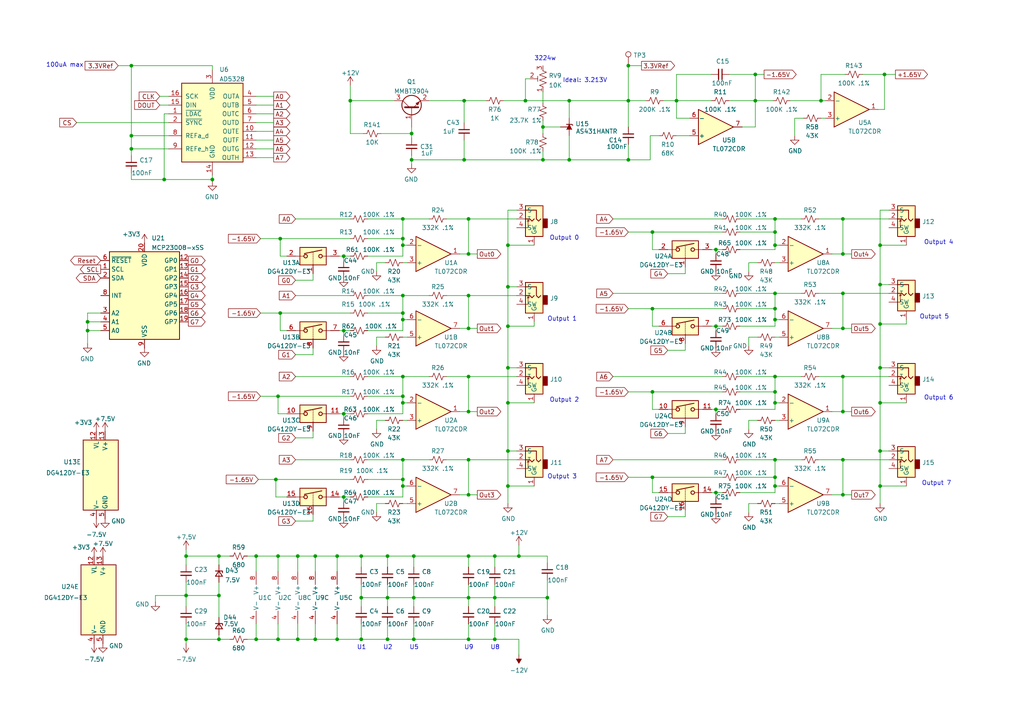
<source format=kicad_sch>
(kicad_sch (version 20211123) (generator eeschema)
  (paper "A4")
  (title_block (rev "4.3"))
  (junction (at 116.84 114.935))
  (junction (at 157.48 46.355))
  (junction (at 25.4 93.345))
  (junction (at 224.79 85.09))
  (junction (at 224.79 67.31))
  (junction (at 116.84 116.84))
  (junction (at 147.32 116.84))
  (junction (at 157.48 36.83))
  (junction (at 255.27 116.84))
  (junction (at 244.475 73.66))
  (junction (at 80.645 161.29))
  (junction (at 189.23 138.43))
  (junction (at 219.075 21.59))
  (junction (at 74.295 161.29))
  (junction (at 224.79 71.12))
  (junction (at 219.075 29.21))
  (junction (at 255.27 71.12))
  (junction (at 80.645 185.42))
  (junction (at 86.36 185.42))
  (junction (at 207.645 118.745))
  (junction (at 224.79 109.22))
  (junction (at 61.595 52.07))
  (junction (at 256.54 21.59))
  (junction (at 182.245 29.21))
  (junction (at 224.79 89.535))
  (junction (at 224.79 92.71))
  (junction (at 104.775 173.355))
  (junction (at 135.89 161.29))
  (junction (at 224.79 138.43))
  (junction (at 224.79 116.84))
  (junction (at 135.89 133.35))
  (junction (at 135.89 185.42))
  (junction (at 112.395 173.355))
  (junction (at 189.23 67.31))
  (junction (at 244.475 85.09))
  (junction (at 119.38 46.355))
  (junction (at 135.89 73.66))
  (junction (at 63.5 161.29))
  (junction (at 119.38 38.735))
  (junction (at 86.36 161.29))
  (junction (at 112.395 161.29))
  (junction (at 120.015 161.29))
  (junction (at 135.89 63.5))
  (junction (at 120.015 173.355))
  (junction (at 74.295 185.42))
  (junction (at 99.695 120.015))
  (junction (at 135.89 119.38))
  (junction (at 244.475 119.38))
  (junction (at 101.6 29.21))
  (junction (at 25.4 95.885))
  (junction (at 189.23 89.535))
  (junction (at 53.975 161.29))
  (junction (at 158.75 173.355))
  (junction (at 196.215 29.21))
  (junction (at 63.5 172.72))
  (junction (at 143.51 173.355))
  (junction (at 112.395 185.42))
  (junction (at 120.015 185.42))
  (junction (at 91.44 161.29))
  (junction (at 116.84 90.805))
  (junction (at 165.1 29.21))
  (junction (at 116.84 140.97))
  (junction (at 255.27 140.97))
  (junction (at 47.625 52.07))
  (junction (at 147.32 130.81))
  (junction (at 244.475 63.5))
  (junction (at 182.245 19.05))
  (junction (at 244.475 109.22))
  (junction (at 244.475 133.35))
  (junction (at 207.645 142.875))
  (junction (at 134.62 46.355))
  (junction (at 238.125 29.21))
  (junction (at 143.51 161.29))
  (junction (at 143.51 185.42))
  (junction (at 116.84 133.35))
  (junction (at 38.1 19.05))
  (junction (at 255.27 82.55))
  (junction (at 165.1 46.355))
  (junction (at 80.01 139.065))
  (junction (at 116.84 69.215))
  (junction (at 224.79 63.5))
  (junction (at 152.4 29.21))
  (junction (at 135.89 95.25))
  (junction (at 97.79 161.29))
  (junction (at 104.775 161.29))
  (junction (at 116.84 139.065))
  (junction (at 207.645 72.39))
  (junction (at 99.695 144.145))
  (junction (at 147.32 140.97))
  (junction (at 116.84 63.5))
  (junction (at 38.1 39.37))
  (junction (at 147.32 94.615))
  (junction (at 99.695 95.885))
  (junction (at 104.775 185.42))
  (junction (at 244.475 143.51))
  (junction (at 91.44 185.42))
  (junction (at 224.79 133.35))
  (junction (at 81.28 69.215))
  (junction (at 116.84 109.22))
  (junction (at 255.27 106.68))
  (junction (at 116.84 92.71))
  (junction (at 134.62 29.21))
  (junction (at 255.27 130.81))
  (junction (at 135.89 85.725))
  (junction (at 97.79 185.42))
  (junction (at 135.89 109.22))
  (junction (at 53.975 185.42))
  (junction (at 80.645 114.935))
  (junction (at 38.1 43.18))
  (junction (at 147.32 83.185))
  (junction (at 135.89 143.51))
  (junction (at 150.495 161.29))
  (junction (at 116.84 85.725))
  (junction (at 147.32 71.12))
  (junction (at 135.89 173.355))
  (junction (at 147.32 106.68))
  (junction (at 207.645 94.615))
  (junction (at 53.975 172.72))
  (junction (at 244.475 95.25))
  (junction (at 99.695 74.295))
  (junction (at 63.5 185.42))
  (junction (at 81.28 90.805))
  (junction (at 224.79 140.97))
  (junction (at 255.27 93.98))
  (junction (at 116.84 71.12))
  (junction (at 182.245 46.355))
  (junction (at 224.79 113.665))
  (junction (at 189.23 113.665))
  (wire (pts (xy 219.075 36.83) (xy 219.075 29.21)))
  (wire (pts (xy 80.645 180.975) (xy 80.645 185.42)))
  (wire (pts (xy 214.63 89.535) (xy 224.79 89.535)))
  (wire (pts (xy 53.975 180.975) (xy 53.975 185.42)))
  (wire (pts (xy 135.89 164.465) (xy 135.89 161.29)))
  (wire (pts (xy 182.245 138.43) (xy 189.23 138.43)))
  (wire (pts (xy 109.22 97.79) (xy 109.22 100.33)))
  (wire (pts (xy 182.245 67.31) (xy 189.23 67.31)))
  (wire (pts (xy 53.975 185.42) (xy 53.975 186.69)))
  (wire (pts (xy 119.38 46.355) (xy 119.38 47.625)))
  (wire (pts (xy 224.79 67.31) (xy 224.79 63.5)))
  (wire (pts (xy 219.71 121.92) (xy 217.17 121.92)))
  (wire (pts (xy 53.975 172.72) (xy 53.975 175.895)))
  (wire (pts (xy 238.125 29.21) (xy 238.125 21.59)))
  (wire (pts (xy 75.565 114.935) (xy 80.645 114.935)))
  (wire (pts (xy 74.295 165.735) (xy 74.295 161.29)))
  (wire (pts (xy 98.425 144.145) (xy 99.695 144.145)))
  (wire (pts (xy 143.51 161.29) (xy 143.51 164.465)))
  (wire (pts (xy 106.68 144.145) (xy 116.84 144.145)))
  (wire (pts (xy 182.245 19.05) (xy 182.245 29.21)))
  (wire (pts (xy 262.89 116.84) (xy 255.27 116.84)))
  (wire (pts (xy 217.17 146.05) (xy 217.17 148.59)))
  (wire (pts (xy 224.79 138.43) (xy 224.79 133.35)))
  (wire (pts (xy 86.36 165.735) (xy 86.36 161.29)))
  (wire (pts (xy 214.63 133.35) (xy 224.79 133.35)))
  (wire (pts (xy 98.425 95.885) (xy 99.695 95.885)))
  (wire (pts (xy 158.75 168.275) (xy 158.75 173.355)))
  (wire (pts (xy 53.975 185.42) (xy 63.5 185.42)))
  (wire (pts (xy 206.375 142.875) (xy 207.645 142.875)))
  (wire (pts (xy 99.695 120.015) (xy 101.6 120.015)))
  (wire (pts (xy 119.38 45.085) (xy 119.38 46.355)))
  (wire (pts (xy 157.48 36.83) (xy 157.48 38.735)))
  (wire (pts (xy 105.41 38.735) (xy 101.6 38.735)))
  (wire (pts (xy 53.975 159.385) (xy 53.975 161.29)))
  (wire (pts (xy 99.695 95.885) (xy 101.6 95.885)))
  (wire (pts (xy 244.475 109.22) (xy 257.81 109.22)))
  (wire (pts (xy 207.645 142.875) (xy 207.645 144.145)))
  (wire (pts (xy 182.245 29.21) (xy 187.325 29.21)))
  (wire (pts (xy 53.975 168.91) (xy 53.975 172.72)))
  (wire (pts (xy 224.79 97.79) (xy 226.06 97.79)))
  (wire (pts (xy 116.84 76.2) (xy 118.11 76.2)))
  (wire (pts (xy 143.51 180.975) (xy 143.51 185.42)))
  (wire (pts (xy 219.71 146.05) (xy 217.17 146.05)))
  (wire (pts (xy 83.185 74.295) (xy 81.28 74.295)))
  (wire (pts (xy 80.01 144.145) (xy 83.185 144.145)))
  (wire (pts (xy 85.725 127) (xy 90.805 127)))
  (wire (pts (xy 134.62 29.21) (xy 134.62 35.56)))
  (wire (pts (xy 237.49 133.35) (xy 244.475 133.35)))
  (wire (pts (xy 152.4 22.86) (xy 152.4 29.21)))
  (wire (pts (xy 177.8 63.5) (xy 209.55 63.5)))
  (wire (pts (xy 135.89 133.35) (xy 135.89 143.51)))
  (wire (pts (xy 80.645 185.42) (xy 86.36 185.42)))
  (wire (pts (xy 239.395 29.21) (xy 238.125 29.21)))
  (wire (pts (xy 80.645 120.015) (xy 80.645 114.935)))
  (wire (pts (xy 147.32 116.84) (xy 147.32 130.81)))
  (wire (pts (xy 147.32 94.615) (xy 154.94 94.615)))
  (wire (pts (xy 109.22 121.92) (xy 109.22 124.46)))
  (wire (pts (xy 219.075 29.21) (xy 224.155 29.21)))
  (wire (pts (xy 85.725 102.87) (xy 90.805 102.87)))
  (wire (pts (xy 135.89 63.5) (xy 149.86 63.5)))
  (wire (pts (xy 104.775 161.29) (xy 112.395 161.29)))
  (wire (pts (xy 47.625 33.02) (xy 48.895 33.02)))
  (wire (pts (xy 219.075 21.59) (xy 219.075 29.21)))
  (wire (pts (xy 134.62 46.355) (xy 119.38 46.355)))
  (wire (pts (xy 75.565 90.805) (xy 81.28 90.805)))
  (wire (pts (xy 244.475 85.09) (xy 244.475 95.25)))
  (wire (pts (xy 116.84 69.215) (xy 116.84 63.5)))
  (wire (pts (xy 25.4 90.805) (xy 25.4 93.345)))
  (wire (pts (xy 34.29 19.05) (xy 38.1 19.05)))
  (wire (pts (xy 46.355 27.94) (xy 48.895 27.94)))
  (wire (pts (xy 116.84 92.71) (xy 118.11 92.71)))
  (wire (pts (xy 214.63 63.5) (xy 224.79 63.5)))
  (wire (pts (xy 81.28 74.295) (xy 81.28 69.215)))
  (wire (pts (xy 241.3 73.66) (xy 244.475 73.66)))
  (wire (pts (xy 198.755 125.73) (xy 198.755 123.825)))
  (wire (pts (xy 224.79 138.43) (xy 224.79 140.97)))
  (wire (pts (xy 80.645 114.935) (xy 101.6 114.935)))
  (wire (pts (xy 99.695 95.885) (xy 99.695 97.155)))
  (wire (pts (xy 106.68 133.35) (xy 116.84 133.35)))
  (wire (pts (xy 211.455 21.59) (xy 219.075 21.59)))
  (wire (pts (xy 112.395 161.29) (xy 112.395 164.465)))
  (wire (pts (xy 207.645 94.615) (xy 207.645 95.885)))
  (wire (pts (xy 45.085 174.625) (xy 45.085 172.72)))
  (wire (pts (xy 83.185 95.885) (xy 81.28 95.885)))
  (wire (pts (xy 230.505 34.29) (xy 230.505 39.37)))
  (wire (pts (xy 182.245 41.91) (xy 182.245 46.355)))
  (wire (pts (xy 86.36 180.975) (xy 86.36 185.42)))
  (wire (pts (xy 255.27 60.96) (xy 255.27 71.12)))
  (wire (pts (xy 38.1 43.18) (xy 38.1 39.37)))
  (wire (pts (xy 29.21 90.805) (xy 25.4 90.805)))
  (wire (pts (xy 85.725 151.13) (xy 90.805 151.13)))
  (wire (pts (xy 63.5 172.72) (xy 63.5 179.07)))
  (wire (pts (xy 241.3 119.38) (xy 244.475 119.38)))
  (wire (pts (xy 154.94 94.615) (xy 154.94 93.345)))
  (wire (pts (xy 79.375 27.94) (xy 74.295 27.94)))
  (wire (pts (xy 61.595 52.07) (xy 61.595 52.705)))
  (wire (pts (xy 250.19 21.59) (xy 256.54 21.59)))
  (wire (pts (xy 206.375 21.59) (xy 196.215 21.59)))
  (wire (pts (xy 86.36 161.29) (xy 91.44 161.29)))
  (wire (pts (xy 99.695 144.145) (xy 101.6 144.145)))
  (wire (pts (xy 85.725 85.725) (xy 101.6 85.725)))
  (wire (pts (xy 135.89 133.35) (xy 149.86 133.35)))
  (wire (pts (xy 106.68 74.295) (xy 116.84 74.295)))
  (wire (pts (xy 116.84 90.805) (xy 116.84 85.725)))
  (wire (pts (xy 157.48 26.67) (xy 157.48 29.845)))
  (wire (pts (xy 74.295 30.48) (xy 79.375 30.48)))
  (wire (pts (xy 143.51 173.355) (xy 143.51 175.895)))
  (wire (pts (xy 116.84 133.35) (xy 124.46 133.35)))
  (wire (pts (xy 104.775 173.355) (xy 104.775 175.895)))
  (wire (pts (xy 149.86 106.68) (xy 147.32 106.68)))
  (wire (pts (xy 224.79 63.5) (xy 232.41 63.5)))
  (wire (pts (xy 182.245 89.535) (xy 189.23 89.535)))
  (wire (pts (xy 189.23 72.39) (xy 189.23 67.31)))
  (wire (pts (xy 90.805 102.87) (xy 90.805 100.965)))
  (wire (pts (xy 191.135 118.745) (xy 189.23 118.745)))
  (wire (pts (xy 116.84 97.79) (xy 118.11 97.79)))
  (wire (pts (xy 135.89 85.725) (xy 135.89 95.25)))
  (wire (pts (xy 189.23 138.43) (xy 209.55 138.43)))
  (wire (pts (xy 198.755 149.86) (xy 198.755 147.955)))
  (wire (pts (xy 90.805 151.13) (xy 90.805 149.225)))
  (wire (pts (xy 262.89 93.98) (xy 262.89 92.71)))
  (wire (pts (xy 188.595 46.355) (xy 182.245 46.355)))
  (wire (pts (xy 120.015 161.29) (xy 120.015 164.465)))
  (wire (pts (xy 111.76 76.2) (xy 109.22 76.2)))
  (wire (pts (xy 135.89 109.22) (xy 135.89 119.38)))
  (wire (pts (xy 217.17 97.79) (xy 217.17 100.33)))
  (wire (pts (xy 262.89 140.97) (xy 255.27 140.97)))
  (wire (pts (xy 214.63 85.09) (xy 224.79 85.09)))
  (wire (pts (xy 257.81 60.96) (xy 255.27 60.96)))
  (wire (pts (xy 74.295 35.56) (xy 79.375 35.56)))
  (wire (pts (xy 116.84 109.22) (xy 124.46 109.22)))
  (wire (pts (xy 224.79 71.12) (xy 226.06 71.12)))
  (wire (pts (xy 135.89 185.42) (xy 143.51 185.42)))
  (wire (pts (xy 106.68 139.065) (xy 116.84 139.065)))
  (wire (pts (xy 207.645 118.745) (xy 209.55 118.745)))
  (wire (pts (xy 207.645 72.39) (xy 209.55 72.39)))
  (wire (pts (xy 238.125 34.29) (xy 239.395 34.29)))
  (wire (pts (xy 129.54 63.5) (xy 135.89 63.5)))
  (wire (pts (xy 198.755 101.6) (xy 198.755 99.695)))
  (wire (pts (xy 133.35 119.38) (xy 135.89 119.38)))
  (wire (pts (xy 97.79 180.975) (xy 97.79 185.42)))
  (wire (pts (xy 255.27 82.55) (xy 255.27 93.98)))
  (wire (pts (xy 47.625 52.07) (xy 38.1 52.07)))
  (wire (pts (xy 219.71 76.2) (xy 217.17 76.2)))
  (wire (pts (xy 256.54 21.59) (xy 259.715 21.59)))
  (wire (pts (xy 66.675 161.29) (xy 63.5 161.29)))
  (wire (pts (xy 61.595 19.05) (xy 38.1 19.05)))
  (wire (pts (xy 134.62 40.64) (xy 134.62 46.355)))
  (wire (pts (xy 106.68 90.805) (xy 116.84 90.805)))
  (wire (pts (xy 154.94 116.84) (xy 147.32 116.84)))
  (wire (pts (xy 104.775 169.545) (xy 104.775 173.355)))
  (wire (pts (xy 120.015 161.29) (xy 135.89 161.29)))
  (wire (pts (xy 255.27 106.68) (xy 255.27 116.84)))
  (wire (pts (xy 79.375 45.72) (xy 74.295 45.72)))
  (wire (pts (xy 120.015 169.545) (xy 120.015 173.355)))
  (wire (pts (xy 22.225 35.56) (xy 48.895 35.56)))
  (wire (pts (xy 150.495 158.115) (xy 150.495 161.29)))
  (wire (pts (xy 135.89 169.545) (xy 135.89 173.355)))
  (wire (pts (xy 177.8 109.22) (xy 209.55 109.22)))
  (wire (pts (xy 224.79 72.39) (xy 224.79 71.12)))
  (wire (pts (xy 61.595 20.32) (xy 61.595 19.05)))
  (wire (pts (xy 207.645 118.745) (xy 207.645 120.015)))
  (wire (pts (xy 135.89 85.725) (xy 149.86 85.725)))
  (wire (pts (xy 193.675 125.73) (xy 198.755 125.73)))
  (wire (pts (xy 116.84 120.015) (xy 116.84 116.84)))
  (wire (pts (xy 110.49 38.735) (xy 119.38 38.735)))
  (wire (pts (xy 196.215 39.37) (xy 200.025 39.37)))
  (wire (pts (xy 63.5 185.42) (xy 66.675 185.42)))
  (wire (pts (xy 215.265 36.83) (xy 219.075 36.83)))
  (wire (pts (xy 119.38 36.83) (xy 119.38 38.735)))
  (wire (pts (xy 45.085 172.72) (xy 53.975 172.72)))
  (wire (pts (xy 111.76 146.05) (xy 109.22 146.05)))
  (wire (pts (xy 192.405 29.21) (xy 196.215 29.21)))
  (wire (pts (xy 224.79 133.35) (xy 232.41 133.35)))
  (wire (pts (xy 116.84 144.145) (xy 116.84 140.97)))
  (wire (pts (xy 198.755 79.375) (xy 198.755 77.47)))
  (wire (pts (xy 255.27 146.05) (xy 255.27 140.97)))
  (wire (pts (xy 47.625 52.07) (xy 61.595 52.07)))
  (wire (pts (xy 229.235 29.21) (xy 238.125 29.21)))
  (wire (pts (xy 244.475 133.35) (xy 244.475 143.51)))
  (wire (pts (xy 120.015 173.355) (xy 112.395 173.355)))
  (wire (pts (xy 106.68 95.885) (xy 116.84 95.885)))
  (wire (pts (xy 191.135 72.39) (xy 189.23 72.39)))
  (wire (pts (xy 244.475 85.09) (xy 257.81 85.09)))
  (wire (pts (xy 214.63 72.39) (xy 224.79 72.39)))
  (wire (pts (xy 147.32 60.96) (xy 147.32 71.12)))
  (wire (pts (xy 200.025 34.29) (xy 196.215 34.29)))
  (wire (pts (xy 79.375 43.18) (xy 74.295 43.18)))
  (wire (pts (xy 224.79 109.22) (xy 232.41 109.22)))
  (wire (pts (xy 116.84 139.065) (xy 116.84 140.97)))
  (wire (pts (xy 207.645 94.615) (xy 209.55 94.615)))
  (wire (pts (xy 214.63 113.665) (xy 224.79 113.665)))
  (wire (pts (xy 224.79 89.535) (xy 224.79 85.09)))
  (wire (pts (xy 224.79 113.665) (xy 224.79 109.22)))
  (wire (pts (xy 158.75 161.29) (xy 158.75 163.195)))
  (wire (pts (xy 206.375 72.39) (xy 207.645 72.39)))
  (wire (pts (xy 134.62 46.355) (xy 157.48 46.355)))
  (wire (pts (xy 90.805 81.28) (xy 90.805 79.375)))
  (wire (pts (xy 165.1 46.355) (xy 182.245 46.355)))
  (wire (pts (xy 86.36 185.42) (xy 91.44 185.42)))
  (wire (pts (xy 109.22 76.2) (xy 109.22 78.74)))
  (wire (pts (xy 135.89 143.51) (xy 138.43 143.51)))
  (wire (pts (xy 135.89 119.38) (xy 138.43 119.38)))
  (wire (pts (xy 135.89 173.355) (xy 143.51 173.355)))
  (wire (pts (xy 224.79 85.09) (xy 232.41 85.09)))
  (wire (pts (xy 177.8 133.35) (xy 209.55 133.35)))
  (wire (pts (xy 189.23 94.615) (xy 189.23 89.535)))
  (wire (pts (xy 90.805 127) (xy 90.805 125.095)))
  (wire (pts (xy 116.84 139.065) (xy 116.84 133.35)))
  (wire (pts (xy 217.17 121.92) (xy 217.17 124.46)))
  (wire (pts (xy 255.27 71.12) (xy 255.27 82.55)))
  (wire (pts (xy 106.68 69.215) (xy 116.84 69.215)))
  (wire (pts (xy 182.245 19.05) (xy 186.055 19.05)))
  (wire (pts (xy 38.1 50.165) (xy 38.1 52.07)))
  (wire (pts (xy 29.21 95.885) (xy 25.4 95.885)))
  (wire (pts (xy 79.375 38.1) (xy 74.295 38.1)))
  (wire (pts (xy 165.1 34.29) (xy 165.1 29.21)))
  (wire (pts (xy 85.725 109.22) (xy 101.6 109.22)))
  (wire (pts (xy 116.84 74.295) (xy 116.84 71.12)))
  (wire (pts (xy 182.245 36.83) (xy 182.245 29.21)))
  (wire (pts (xy 255.27 82.55) (xy 257.81 82.55)))
  (wire (pts (xy 38.1 45.085) (xy 38.1 43.18)))
  (wire (pts (xy 214.63 94.615) (xy 224.79 94.615)))
  (wire (pts (xy 74.93 139.065) (xy 80.01 139.065)))
  (wire (pts (xy 224.79 92.71) (xy 224.79 89.535)))
  (wire (pts (xy 224.79 76.2) (xy 226.06 76.2)))
  (wire (pts (xy 75.565 69.215) (xy 81.28 69.215)))
  (wire (pts (xy 48.895 43.18) (xy 38.1 43.18)))
  (wire (pts (xy 244.475 119.38) (xy 247.015 119.38)))
  (wire (pts (xy 97.79 161.29) (xy 104.775 161.29)))
  (wire (pts (xy 29.21 93.345) (xy 25.4 93.345)))
  (wire (pts (xy 191.135 39.37) (xy 188.595 39.37)))
  (wire (pts (xy 112.395 161.29) (xy 120.015 161.29)))
  (wire (pts (xy 53.975 161.29) (xy 63.5 161.29)))
  (wire (pts (xy 244.475 63.5) (xy 257.81 63.5)))
  (wire (pts (xy 147.32 106.68) (xy 147.32 116.84)))
  (wire (pts (xy 135.89 180.975) (xy 135.89 185.42)))
  (wire (pts (xy 157.48 43.815) (xy 157.48 46.355)))
  (wire (pts (xy 226.06 92.71) (xy 224.79 92.71)))
  (wire (pts (xy 112.395 169.545) (xy 112.395 173.355)))
  (wire (pts (xy 104.775 180.975) (xy 104.775 185.42)))
  (wire (pts (xy 81.28 90.805) (xy 81.28 95.885)))
  (wire (pts (xy 241.3 143.51) (xy 244.475 143.51)))
  (wire (pts (xy 111.76 97.79) (xy 109.22 97.79)))
  (wire (pts (xy 193.675 101.6) (xy 198.755 101.6)))
  (wire (pts (xy 99.695 144.145) (xy 99.695 145.415)))
  (wire (pts (xy 106.68 63.5) (xy 116.84 63.5)))
  (wire (pts (xy 81.28 69.215) (xy 101.6 69.215)))
  (wire (pts (xy 97.79 165.735) (xy 97.79 161.29)))
  (wire (pts (xy 106.68 120.015) (xy 116.84 120.015)))
  (wire (pts (xy 147.32 130.81) (xy 147.32 140.97)))
  (wire (pts (xy 233.045 34.29) (xy 230.505 34.29)))
  (wire (pts (xy 74.295 161.29) (xy 80.645 161.29)))
  (wire (pts (xy 109.22 146.05) (xy 109.22 148.59)))
  (wire (pts (xy 101.6 29.21) (xy 114.3 29.21)))
  (wire (pts (xy 150.495 161.29) (xy 143.51 161.29)))
  (wire (pts (xy 188.595 39.37) (xy 188.595 46.355)))
  (wire (pts (xy 116.84 114.935) (xy 116.84 116.84)))
  (wire (pts (xy 135.89 63.5) (xy 135.89 73.66)))
  (wire (pts (xy 224.79 116.84) (xy 226.06 116.84)))
  (wire (pts (xy 74.295 185.42) (xy 80.645 185.42)))
  (wire (pts (xy 244.475 73.66) (xy 247.015 73.66)))
  (wire (pts (xy 99.695 74.295) (xy 99.695 75.565)))
  (wire (pts (xy 147.32 106.68) (xy 147.32 94.615)))
  (wire (pts (xy 97.79 185.42) (xy 104.775 185.42)))
  (wire (pts (xy 157.48 34.925) (xy 157.48 36.83)))
  (wire (pts (xy 61.595 50.8) (xy 61.595 52.07)))
  (wire (pts (xy 262.89 71.12) (xy 255.27 71.12)))
  (wire (pts (xy 116.84 85.725) (xy 124.46 85.725)))
  (wire (pts (xy 256.54 31.75) (xy 254.635 31.75)))
  (wire (pts (xy 80.01 144.145) (xy 80.01 139.065)))
  (wire (pts (xy 124.46 29.21) (xy 134.62 29.21)))
  (wire (pts (xy 224.79 116.84) (xy 224.79 118.745)))
  (wire (pts (xy 257.81 106.68) (xy 255.27 106.68)))
  (wire (pts (xy 116.84 114.935) (xy 116.84 109.22)))
  (wire (pts (xy 193.675 149.86) (xy 198.755 149.86)))
  (wire (pts (xy 71.755 161.29) (xy 74.295 161.29)))
  (wire (pts (xy 129.54 133.35) (xy 135.89 133.35)))
  (wire (pts (xy 177.8 85.09) (xy 209.55 85.09)))
  (wire (pts (xy 135.89 161.29) (xy 143.51 161.29)))
  (wire (pts (xy 244.475 109.22) (xy 244.475 119.38)))
  (wire (pts (xy 116.84 69.215) (xy 116.84 71.12)))
  (wire (pts (xy 129.54 109.22) (xy 135.89 109.22)))
  (wire (pts (xy 111.76 121.92) (xy 109.22 121.92)))
  (wire (pts (xy 255.27 130.81) (xy 255.27 140.97)))
  (wire (pts (xy 189.23 118.745) (xy 189.23 113.665)))
  (wire (pts (xy 244.475 133.35) (xy 257.81 133.35)))
  (wire (pts (xy 74.295 33.02) (xy 79.375 33.02)))
  (wire (pts (xy 104.775 185.42) (xy 112.395 185.42)))
  (wire (pts (xy 143.51 169.545) (xy 143.51 173.355)))
  (wire (pts (xy 214.63 67.31) (xy 224.79 67.31)))
  (wire (pts (xy 224.79 140.97) (xy 226.06 140.97)))
  (wire (pts (xy 146.05 29.21) (xy 152.4 29.21)))
  (wire (pts (xy 244.475 63.5) (xy 244.475 73.66)))
  (wire (pts (xy 63.5 161.29) (xy 63.5 163.83)))
  (wire (pts (xy 217.17 76.2) (xy 217.17 78.74)))
  (wire (pts (xy 38.1 19.05) (xy 38.1 39.37)))
  (wire (pts (xy 135.89 73.66) (xy 138.43 73.66)))
  (wire (pts (xy 135.89 95.25) (xy 138.43 95.25)))
  (wire (pts (xy 147.32 83.185) (xy 149.86 83.185)))
  (wire (pts (xy 116.84 95.885) (xy 116.84 92.71)))
  (wire (pts (xy 191.135 142.875) (xy 189.23 142.875)))
  (wire (pts (xy 214.63 109.22) (xy 224.79 109.22)))
  (wire (pts (xy 106.68 114.935) (xy 116.84 114.935)))
  (wire (pts (xy 165.1 29.21) (xy 182.245 29.21)))
  (wire (pts (xy 81.28 90.805) (xy 101.6 90.805)))
  (wire (pts (xy 91.44 185.42) (xy 97.79 185.42)))
  (wire (pts (xy 112.395 185.42) (xy 120.015 185.42)))
  (wire (pts (xy 116.84 90.805) (xy 116.84 92.71)))
  (wire (pts (xy 255.27 93.98) (xy 262.89 93.98)))
  (wire (pts (xy 134.62 29.21) (xy 140.97 29.21)))
  (wire (pts (xy 80.645 120.015) (xy 83.185 120.015)))
  (wire (pts (xy 46.355 30.48) (xy 48.895 30.48)))
  (wire (pts (xy 224.79 121.92) (xy 226.06 121.92)))
  (wire (pts (xy 206.375 94.615) (xy 207.645 94.615)))
  (wire (pts (xy 182.245 113.665) (xy 189.23 113.665)))
  (wire (pts (xy 116.84 63.5) (xy 124.46 63.5)))
  (wire (pts (xy 25.4 93.345) (xy 25.4 95.885)))
  (wire (pts (xy 25.4 95.885) (xy 25.4 99.695)))
  (wire (pts (xy 150.495 185.42) (xy 150.495 189.865)))
  (wire (pts (xy 104.775 164.465) (xy 104.775 161.29)))
  (wire (pts (xy 237.49 109.22) (xy 244.475 109.22)))
  (wire (pts (xy 244.475 143.51) (xy 247.015 143.51)))
  (wire (pts (xy 71.755 185.42) (xy 74.295 185.42)))
  (wire (pts (xy 224.79 140.97) (xy 224.79 142.875)))
  (wire (pts (xy 135.89 173.355) (xy 135.89 175.895)))
  (wire (pts (xy 47.625 33.02) (xy 47.625 52.07)))
  (wire (pts (xy 189.23 89.535) (xy 209.55 89.535)))
  (wire (pts (xy 120.015 180.975) (xy 120.015 185.42)))
  (wire (pts (xy 63.5 168.91) (xy 63.5 172.72)))
  (wire (pts (xy 237.49 63.5) (xy 244.475 63.5)))
  (wire (pts (xy 157.48 46.355) (xy 165.1 46.355)))
  (wire (pts (xy 53.975 172.72) (xy 63.5 172.72)))
  (wire (pts (xy 112.395 173.355) (xy 104.775 173.355)))
  (wire (pts (xy 165.1 39.37) (xy 165.1 46.355)))
  (wire (pts (xy 241.3 95.25) (xy 244.475 95.25)))
  (wire (pts (xy 53.975 163.83) (xy 53.975 161.29)))
  (wire (pts (xy 99.695 74.295) (xy 101.6 74.295)))
  (wire (pts (xy 147.32 83.185) (xy 147.32 94.615)))
  (wire (pts (xy 224.79 146.05) (xy 226.06 146.05)))
  (wire (pts (xy 256.54 21.59) (xy 256.54 31.75)))
  (wire (pts (xy 224.79 92.71) (xy 224.79 94.615)))
  (wire (pts (xy 189.23 113.665) (xy 209.55 113.665)))
  (wire (pts (xy 214.63 142.875) (xy 224.79 142.875)))
  (wire (pts (xy 91.44 165.735) (xy 91.44 161.29)))
  (wire (pts (xy 91.44 180.975) (xy 91.44 185.42)))
  (wire (pts (xy 207.645 72.39) (xy 207.645 73.66)))
  (wire (pts (xy 196.215 21.59) (xy 196.215 29.21)))
  (wire (pts (xy 120.015 173.355) (xy 135.89 173.355)))
  (wire (pts (xy 150.495 161.29) (xy 158.75 161.29)))
  (wire (pts (xy 255.27 106.68) (xy 255.27 93.98)))
  (wire (pts (xy 224.79 113.665) (xy 224.79 116.84)))
  (wire (pts (xy 147.32 71.12) (xy 147.32 83.185)))
  (wire (pts (xy 112.395 180.975) (xy 112.395 185.42)))
  (wire (pts (xy 214.63 118.745) (xy 224.79 118.745)))
  (wire (pts (xy 85.725 81.28) (xy 90.805 81.28)))
  (wire (pts (xy 149.86 130.81) (xy 147.32 130.81)))
  (wire (pts (xy 85.725 63.5) (xy 101.6 63.5)))
  (wire (pts (xy 80.645 165.735) (xy 80.645 161.29)))
  (wire (pts (xy 98.425 120.015) (xy 99.695 120.015)))
  (wire (pts (xy 101.6 24.765) (xy 101.6 29.21)))
  (wire (pts (xy 80.01 139.065) (xy 101.6 139.065)))
  (wire (pts (xy 196.215 29.21) (xy 206.375 29.21)))
  (wire (pts (xy 219.71 97.79) (xy 217.17 97.79)))
  (wire (pts (xy 91.44 161.29) (xy 97.79 161.29)))
  (wire (pts (xy 143.51 185.42) (xy 150.495 185.42)))
  (wire (pts (xy 85.725 133.35) (xy 101.6 133.35)))
  (wire (pts (xy 214.63 138.43) (xy 224.79 138.43)))
  (wire (pts (xy 143.51 173.355) (xy 158.75 173.355)))
  (wire (pts (xy 120.015 185.42) (xy 135.89 185.42)))
  (wire (pts (xy 189.23 67.31) (xy 209.55 67.31)))
  (wire (pts (xy 189.23 142.875) (xy 189.23 138.43)))
  (wire (pts (xy 119.38 38.735) (xy 119.38 40.005)))
  (wire (pts (xy 116.84 146.05) (xy 118.11 146.05)))
  (wire (pts (xy 147.32 146.05) (xy 147.32 140.97)))
  (wire (pts (xy 154.94 71.12) (xy 147.32 71.12)))
  (wire (pts (xy 207.645 142.875) (xy 209.55 142.875)))
  (wire (pts (xy 158.75 173.355) (xy 158.75 178.435)))
  (wire (pts (xy 63.5 184.15) (xy 63.5 185.42)))
  (wire (pts (xy 38.1 39.37) (xy 48.895 39.37)))
  (wire (pts (xy 129.54 85.725) (xy 135.89 85.725)))
  (wire (pts (xy 211.455 29.21) (xy 219.075 29.21)))
  (wire (pts (xy 152.4 29.21) (xy 165.1 29.21)))
  (wire (pts (xy 237.49 85.09) (xy 244.475 85.09)))
  (wire (pts (xy 152.4 22.86) (xy 153.67 22.86)))
  (wire (pts (xy 120.015 173.355) (xy 120.015 175.895)))
  (wire (pts (xy 135.89 109.22) (xy 149.86 109.22)))
  (wire (pts (xy 238.125 21.59) (xy 245.11 21.59)))
  (wire (pts (xy 98.425 74.295) (xy 99.695 74.295)))
  (wire (pts (xy 196.215 34.29) (xy 196.215 29.21)))
  (wire (pts (xy 193.675 79.375) (xy 198.755 79.375)))
  (wire (pts (xy 106.68 109.22) (xy 116.84 109.22)))
  (wire (pts (xy 133.35 73.66) (xy 135.89 73.66)))
  (wire (pts (xy 244.475 95.25) (xy 247.015 95.25)))
  (wire (pts (xy 79.375 40.64) (xy 74.295 40.64)))
  (wire (pts (xy 74.295 180.975) (xy 74.295 185.42)))
  (wire (pts (xy 116.84 121.92) (xy 118.11 121.92)))
  (wire (pts (xy 133.35 95.25) (xy 135.89 95.25)))
  (wire (pts (xy 99.695 120.015) (xy 99.695 121.285)))
  (wire (pts (xy 219.075 21.59) (xy 221.615 21.59)))
  (wire (pts (xy 80.645 161.29) (xy 86.36 161.29)))
  (wire (pts (xy 162.56 36.83) (xy 157.48 36.83)))
  (wire (pts (xy 116.84 140.97) (xy 118.11 140.97)))
  (wire (pts (xy 116.84 116.84) (xy 118.11 116.84)))
  (wire (pts (xy 133.35 143.51) (xy 135.89 143.51)))
  (wire (pts (xy 149.86 60.96) (xy 147.32 60.96)))
  (wire (pts (xy 101.6 38.735) (xy 101.6 29.21)))
  (wire (pts (xy 257.81 130.81) (xy 255.27 130.81)))
  (wire (pts (xy 255.27 116.84) (xy 255.27 130.81)))
  (wire (pts (xy 191.135 94.615) (xy 189.23 94.615)))
  (wire (pts (xy 154.94 140.97) (xy 147.32 140.97)))
  (wire (pts (xy 112.395 173.355) (xy 112.395 175.895)))
  (wire (pts (xy 206.375 118.745) (xy 207.645 118.745)))
  (wire (pts (xy 116.84 71.12) (xy 118.11 71.12)))
  (wire (pts (xy 106.68 85.725) (xy 116.84 85.725)))
  (wire (pts (xy 224.79 67.31) (xy 224.79 71.12)))
  (text "U9" (at 134.62 188.595 0) (effects (font (size 1.27 1.27)) (justify left bottom)))
  (text "100uA max" (at 13.335 19.685 0) (effects (font (size 1.27 1.27)) (justify left bottom)))
  (text "Output 3" (at 158.75 139.065 0) (effects (font (size 1.27 1.27)) (justify left bottom)))
  (text "U2" (at 111.125 188.595 0) (effects (font (size 1.27 1.27)) (justify left bottom)))
  (text "Output 6" (at 267.97 116.205 0) (effects (font (size 1.27 1.27)) (justify left bottom)))
  (text "Output 5" (at 266.7 92.71 0) (effects (font (size 1.27 1.27)) (justify left bottom)))
  (text "Ideal: 3.213V" (at 163.195 24.13 0) (effects (font (size 1.27 1.27)) (justify left bottom)))
  (text "U1" (at 103.505 188.595 0) (effects (font (size 1.27 1.27)) (justify left bottom)))
  (text "3224w" (at 154.94 17.78 0) (effects (font (size 1.27 1.27)) (justify left bottom)))
  (text "Output 1" (at 158.75 93.345 0) (effects (font (size 1.27 1.27)) (justify left bottom)))
  (text "Output 7" (at 267.335 140.97 0) (effects (font (size 1.27 1.27)) (justify left bottom)))
  (text "Output 2" (at 159.385 116.84 0) (effects (font (size 1.27 1.27)) (justify left bottom)))
  (text "U8" (at 142.24 188.595 0) (effects (font (size 1.27 1.27)) (justify left bottom)))
  (text "U5" (at 118.745 188.595 0) (effects (font (size 1.27 1.27)) (justify left bottom)))
  (text "Output 0" (at 159.385 69.85 0) (effects (font (size 1.27 1.27)) (justify left bottom)))
  (text "Output 4" (at 267.97 71.12 0) (effects (font (size 1.27 1.27)) (justify left bottom)))
  (global_label "Out0" (shape output) (at 138.43 73.66 0) (property "Intersheet References" "${INTERSHEET_REFS}" (effects hide)))
  (global_label "CLK" (shape input) (at 46.355 27.94 180) (property "Intersheet References" "${INTERSHEET_REFS}" (effects hide)))
  (global_label "CS" (shape input) (at 22.225 35.56 180) (property "Intersheet References" "${INTERSHEET_REFS}" (effects hide)))
  (global_label "Out6" (shape output) (at 247.015 119.38 0) (property "Intersheet References" "${INTERSHEET_REFS}" (effects hide)))
  (global_label "-1.65V" (shape input) (at 74.93 139.065 180) (property "Intersheet References" "${INTERSHEET_REFS}" (effects hide)))
  (global_label "Out7" (shape output) (at 247.015 143.51 0) (property "Intersheet References" "${INTERSHEET_REFS}" (effects hide)))
  (global_label "G0" (shape input) (at 85.725 81.28 180) (property "Intersheet References" "${INTERSHEET_REFS}" (effects hide)))
  (global_label "Reset" (shape bidirectional) (at 29.21 75.565 180) (property "Intersheet References" "${INTERSHEET_REFS}" (effects hide)))
  (global_label "G4" (shape output) (at 54.61 85.725 0) (property "Intersheet References" "${INTERSHEET_REFS}" (effects hide)))
  (global_label "A7" (shape output) (at 79.375 45.72 0) (property "Intersheet References" "${INTERSHEET_REFS}" (effects hide)))
  (global_label "3.3VRef" (shape input) (at 34.29 19.05 180) (property "Intersheet References" "${INTERSHEET_REFS}" (effects hide)))
  (global_label "A5" (shape output) (at 79.375 40.64 0) (property "Intersheet References" "${INTERSHEET_REFS}" (effects hide)))
  (global_label "-1.65V" (shape output) (at 221.615 21.59 0) (property "Intersheet References" "${INTERSHEET_REFS}" (effects hide)))
  (global_label "G5" (shape output) (at 54.61 88.265 0) (property "Intersheet References" "${INTERSHEET_REFS}" (effects hide)))
  (global_label "Out3" (shape output) (at 138.43 143.51 0) (property "Intersheet References" "${INTERSHEET_REFS}" (effects hide)))
  (global_label "Out5" (shape output) (at 247.015 95.25 0) (property "Intersheet References" "${INTERSHEET_REFS}" (effects hide)))
  (global_label "G3" (shape output) (at 54.61 83.185 0) (property "Intersheet References" "${INTERSHEET_REFS}" (effects hide)))
  (global_label "DOUT" (shape input) (at 46.355 30.48 180) (property "Intersheet References" "${INTERSHEET_REFS}" (effects hide)))
  (global_label "A2" (shape input) (at 85.725 109.22 180) (property "Intersheet References" "${INTERSHEET_REFS}" (effects hide)))
  (global_label "G4" (shape input) (at 193.675 79.375 180) (property "Intersheet References" "${INTERSHEET_REFS}" (effects hide)))
  (global_label "-1.65V" (shape input) (at 75.565 90.805 180) (property "Intersheet References" "${INTERSHEET_REFS}" (effects hide)))
  (global_label "A1" (shape input) (at 85.725 85.725 180) (property "Intersheet References" "${INTERSHEET_REFS}" (effects hide)))
  (global_label "G2" (shape input) (at 85.725 127 180) (property "Intersheet References" "${INTERSHEET_REFS}" (effects hide)))
  (global_label "-1.65V" (shape input) (at 182.245 89.535 180) (property "Intersheet References" "${INTERSHEET_REFS}" (effects hide)))
  (global_label "Out1" (shape output) (at 138.43 95.25 0) (property "Intersheet References" "${INTERSHEET_REFS}" (effects hide)))
  (global_label "A3" (shape output) (at 79.375 35.56 0) (property "Intersheet References" "${INTERSHEET_REFS}" (effects hide)))
  (global_label "-1.65V" (shape input) (at 182.245 113.665 180) (property "Intersheet References" "${INTERSHEET_REFS}" (effects hide)))
  (global_label "+1.65V" (shape output) (at 259.715 21.59 0) (property "Intersheet References" "${INTERSHEET_REFS}" (effects hide)))
  (global_label "A0" (shape output) (at 79.375 27.94 0) (property "Intersheet References" "${INTERSHEET_REFS}" (effects hide)))
  (global_label "A0" (shape input) (at 85.725 63.5 180) (property "Intersheet References" "${INTERSHEET_REFS}" (effects hide)))
  (global_label "A1" (shape output) (at 79.375 30.48 0) (property "Intersheet References" "${INTERSHEET_REFS}" (effects hide)))
  (global_label "Out2" (shape output) (at 138.43 119.38 0) (property "Intersheet References" "${INTERSHEET_REFS}" (effects hide)))
  (global_label "-1.65V" (shape input) (at 182.245 138.43 180) (property "Intersheet References" "${INTERSHEET_REFS}" (effects hide)))
  (global_label "G1" (shape output) (at 54.61 78.105 0) (property "Intersheet References" "${INTERSHEET_REFS}" (effects hide)))
  (global_label "G5" (shape input) (at 193.675 101.6 180) (property "Intersheet References" "${INTERSHEET_REFS}" (effects hide)))
  (global_label "Out4" (shape output) (at 247.015 73.66 0) (property "Intersheet References" "${INTERSHEET_REFS}" (effects hide)))
  (global_label "3.3VRef" (shape output) (at 186.055 19.05 0) (property "Intersheet References" "${INTERSHEET_REFS}" (effects hide)))
  (global_label "A7" (shape input) (at 177.8 133.35 180) (property "Intersheet References" "${INTERSHEET_REFS}" (effects hide)))
  (global_label "A5" (shape input) (at 177.8 85.09 180) (property "Intersheet References" "${INTERSHEET_REFS}" (effects hide)))
  (global_label "A6" (shape output) (at 79.375 43.18 0) (property "Intersheet References" "${INTERSHEET_REFS}" (effects hide)))
  (global_label "A4" (shape output) (at 79.375 38.1 0) (property "Intersheet References" "${INTERSHEET_REFS}" (effects hide)))
  (global_label "G7" (shape input) (at 193.675 149.86 180) (property "Intersheet References" "${INTERSHEET_REFS}" (effects hide)))
  (global_label "G7" (shape output) (at 54.61 93.345 0) (property "Intersheet References" "${INTERSHEET_REFS}" (effects hide)))
  (global_label "A2" (shape output) (at 79.375 33.02 0) (property "Intersheet References" "${INTERSHEET_REFS}" (effects hide)))
  (global_label "-1.65V" (shape input) (at 75.565 69.215 180) (property "Intersheet References" "${INTERSHEET_REFS}" (effects hide)))
  (global_label "A6" (shape input) (at 177.8 109.22 180) (property "Intersheet References" "${INTERSHEET_REFS}" (effects hide)))
  (global_label "-1.65V" (shape input) (at 182.245 67.31 180) (property "Intersheet References" "${INTERSHEET_REFS}" (effects hide)))
  (global_label "-1.65V" (shape input) (at 75.565 114.935 180) (property "Intersheet References" "${INTERSHEET_REFS}" (effects hide)))
  (global_label "SDA" (shape bidirectional) (at 29.21 80.645 180) (property "Intersheet References" "${INTERSHEET_REFS}" (effects hide)))
  (global_label "A4" (shape input) (at 177.8 63.5 180) (property "Intersheet References" "${INTERSHEET_REFS}" (effects hide)))
  (global_label "G0" (shape output) (at 54.61 75.565 0) (property "Intersheet References" "${INTERSHEET_REFS}" (effects hide)))
  (global_label "SCL" (shape output) (at 29.21 78.105 180) (property "Intersheet References" "${INTERSHEET_REFS}" (effects hide)))
  (global_label "G2" (shape output) (at 54.61 80.645 0) (property "Intersheet References" "${INTERSHEET_REFS}" (effects hide)))
  (global_label "G6" (shape output) (at 54.61 90.805 0) (property "Intersheet References" "${INTERSHEET_REFS}" (effects hide)))
  (global_label "G1" (shape input) (at 85.725 102.87 180) (property "Intersheet References" "${INTERSHEET_REFS}" (effects hide)))
  (global_label "A3" (shape input) (at 85.725 133.35 180) (property "Intersheet References" "${INTERSHEET_REFS}" (effects hide)))
  (global_label "G6" (shape input) (at 193.675 125.73 180) (property "Intersheet References" "${INTERSHEET_REFS}" (effects hide)))
  (global_label "G3" (shape input) (at 85.725 151.13 180) (property "Intersheet References" "${INTERSHEET_REFS}" (effects hide)))
  (symbol (lib_id "Device:C_Small") (at 53.975 166.37 0) (unit 1)
    (property "Reference" "C23" (at 56.3118 165.2016 0) (effects (justify left)))
    (property "Value" "100nF" (at 53.975 168.91 0) (effects (justify left)))
    (property "Footprint" "Capacitor_SMD:C_0805_2012Metric_Pad1.18x1.45mm_HandSolder" (effects hide))
    (property "Datasheet" "http://datasheets.avx.com/SR-Series.pdf" (effects hide))
    (property "Digi-Key Part" "478-10836-1-ND" (effects hide))
    (property "LCSC Part #" "C49678" (effects hide))
  )
  (symbol (lib_id "Device:R_Small_US") (at 226.695 29.21 270) (unit 1)
    (property "Reference" "R142" (at 226.695 26.67 90))
    (property "Value" "100K .1%" (at 226.695 31.75 90))
    (property "Footprint" "Resistor_SMD:R_0805_2012Metric_Pad1.20x1.40mm_HandSolder" (effects hide))
    (property "Digi-Key Part" "YAG1759CT-ND" (effects hide))
    (property "LCSC Part #" "C122537" (effects hide))
  )
  (symbol (lib_id "Analog_Switch:DG412xY") (at 198.755 72.39 0) (unit 1)
    (property "Reference" "U24" (at 192.405 74.295 0))
    (property "Value" "DG412DY-E3" (at 191.77 76.835 0))
    (property "Footprint" "Package_SO:SOIC-16_3.9x9.9mm_P1.27mm" (effects hide))
    (property "Datasheet" "https://datasheets.maximintegrated.com/en/ds/DG411-DG413.pdf" (effects hide))
    (property "LCSC Part #" "C45218" (effects hide))
  )
  (symbol (lib_id "Device:C_Small") (at 112.395 178.435 0) (unit 1)
    (property "Reference" "C6" (at 114.7318 177.2666 0) (effects (justify left)))
    (property "Value" "100nF" (at 112.395 180.975 0) (effects (justify left)))
    (property "Footprint" "Capacitor_SMD:C_0805_2012Metric_Pad1.18x1.45mm_HandSolder" (effects hide))
    (property "Datasheet" "http://datasheets.avx.com/SR-Series.pdf" (effects hide))
    (property "Digi-Key Part" "478-10836-1-ND" (effects hide))
    (property "LCSC Part #" "C49678" (effects hide))
  )
  (symbol (lib_id "power:GND") (at 158.75 178.435 0) (unit 1)
    (property "Reference" "#PWR072" (effects hide))
    (property "Value" "GND" (at 158.877 182.8292 0))
  )
  (symbol (lib_id "Device:R_Small_US") (at 127 63.5 270) (unit 1)
    (property "Reference" "R24" (at 127 60.96 90))
    (property "Value" "332K .1%" (at 127 66.04 90))
    (property "Footprint" "Resistor_SMD:R_0805_2012Metric_Pad1.20x1.40mm_HandSolder" (effects hide))
    (property "Digi-Key Part" "P332KDACT-ND" (effects hide))
    (property "LCSC Part #" "C228750" (effects hide))
  )
  (symbol (lib_id "Device:R_Small_US") (at 104.14 63.5 270) (unit 1)
    (property "Reference" "R12" (at 100.33 62.23 90))
    (property "Value" "100K .1%" (at 109.855 62.23 90))
    (property "Footprint" "Resistor_SMD:R_0805_2012Metric_Pad1.20x1.40mm_HandSolder" (effects hide))
    (property "Digi-Key Part" "YAG1759CT-ND" (effects hide))
    (property "LCSC Part #" "C122537" (effects hide))
  )
  (symbol (lib_id "Device:R_Small_US") (at 212.09 138.43 270) (unit 1)
    (property "Reference" "R47" (at 208.915 137.16 90))
    (property "Value" "100K .1%" (at 217.805 137.16 90))
    (property "Footprint" "Resistor_SMD:R_0805_2012Metric_Pad1.20x1.40mm_HandSolder" (effects hide))
    (property "Digi-Key Part" "YAG1759CT-ND" (effects hide))
    (property "LCSC Part #" "C122537" (effects hide))
  )
  (symbol (lib_id "power:GND") (at 25.4 99.695 0) (mirror y) (unit 1)
    (property "Reference" "#PWR0121" (effects hide))
    (property "Value" "GND" (at 25.273 104.0892 0))
  )
  (symbol (lib_id "Amplifier_Operational:TL072") (at 247.015 31.75 0) (mirror x) (unit 1)
    (property "Reference" "U5" (at 250.825 35.56 0))
    (property "Value" "TL072CDR" (at 250.825 38.1 0))
    (property "Footprint" "Package_SO:SOIC-8_3.9x4.9mm_P1.27mm" (effects hide))
    (property "Digi-Key Part" "296-47385-1-ND" (effects hide))
    (property "LCSC Part #" "C6961" (effects hide))
  )
  (symbol (lib_id "Analog_Switch:DG412xY") (at 198.755 118.745 0) (unit 3)
    (property "Reference" "U24" (at 192.405 120.65 0))
    (property "Value" "DG412DY-E3" (at 191.77 123.19 0))
    (property "Footprint" "Package_SO:SOIC-16_3.9x9.9mm_P1.27mm" (effects hide))
    (property "Datasheet" "https://datasheets.maximintegrated.com/en/ds/DG411-DG413.pdf" (effects hide))
    (property "LCSC Part #" "C45218" (effects hide))
  )
  (symbol (lib_id "Amplifier_Operational:TL072") (at 125.73 95.25 0) (mirror x) (unit 2)
    (property "Reference" "U1" (at 130.81 97.79 0))
    (property "Value" "TL072CDR" (at 130.81 100.33 0))
    (property "Footprint" "Package_SO:SOIC-8-1EP_3.9x4.9mm_P1.27mm_EP2.29x3mm" (effects hide))
    (property "Digi-Key Part" "296-47385-1-ND" (effects hide))
    (property "LCSC Part #" "C6961" (effects hide))
  )
  (symbol (lib_id "Device:R_Small_US") (at 104.14 90.805 270) (unit 1)
    (property "Reference" "R15" (at 100.965 88.265 90))
    (property "Value" "100K .1%" (at 108.585 88.265 90))
    (property "Footprint" "Resistor_SMD:R_0805_2012Metric_Pad1.20x1.40mm_HandSolder" (effects hide))
    (property "Digi-Key Part" "YAG1759CT-ND" (effects hide))
    (property "LCSC Part #" "C122537" (effects hide))
  )
  (symbol (lib_id "power:GND") (at 99.695 80.645 0) (unit 1)
    (property "Reference" "#PWR070" (effects hide))
    (property "Value" "GND" (at 97.155 80.645 0))
  )
  (symbol (lib_id "power:GND") (at 99.695 126.365 0) (unit 1)
    (property "Reference" "#PWR075" (effects hide))
    (property "Value" "GND" (at 97.155 126.365 0))
  )
  (symbol (lib_id "Device:R_Small_US") (at 104.14 120.015 270) (unit 1)
    (property "Reference" "R63" (at 101.6 118.745 90))
    (property "Value" "100K .1%" (at 109.855 118.745 90))
    (property "Footprint" "Resistor_SMD:R_0805_2012Metric_Pad1.20x1.40mm_HandSolder" (effects hide))
    (property "Digi-Key Part" "YAG1759CT-ND" (effects hide))
    (property "LCSC Part #" "C122537" (effects hide))
  )
  (symbol (lib_id "Device:R_Small_US") (at 212.09 85.09 270) (unit 1)
    (property "Reference" "R42" (at 208.915 83.82 90))
    (property "Value" "100K .1%" (at 217.805 83.82 90))
    (property "Footprint" "Resistor_SMD:R_0805_2012Metric_Pad1.20x1.40mm_HandSolder" (effects hide))
    (property "Digi-Key Part" "YAG1759CT-ND" (effects hide))
    (property "LCSC Part #" "C122537" (effects hide))
  )
  (symbol (lib_id "Interface_Expansion:MCP23008-xSS") (at 41.91 85.725 0) (unit 1)
    (property "Reference" "U21" (at 43.9294 69.0585 0) (effects (justify left)))
    (property "Value" "MCP23008-xSS" (at 43.9294 71.8336 0) (effects (justify left)))
    (property "Footprint" "Package_SO:SSOP-20_5.3x7.2mm_P0.65mm" (effects hide))
    (property "Datasheet" "http://ww1.microchip.com/downloads/en/DeviceDoc/MCP23008-MCP23S08-Data-Sheet-20001919F.pdf" (effects hide))
    (property "LCSC Part #" "C148011" (effects hide))
    (property "Digi-Key Part" "MCP23008-E/SS-ND" (effects hide))
  )
  (symbol (lib_id "Device:R_Small_US") (at 104.14 95.885 270) (unit 1)
    (property "Reference" "R62" (at 100.965 94.615 90))
    (property "Value" "100K .1%" (at 110.49 94.615 90))
    (property "Footprint" "Resistor_SMD:R_0805_2012Metric_Pad1.20x1.40mm_HandSolder" (effects hide))
    (property "Digi-Key Part" "YAG1759CT-ND" (effects hide))
    (property "LCSC Part #" "C122537" (effects hide))
  )
  (symbol (lib_id "Device:R_Small_US") (at 193.675 39.37 270) (unit 1)
    (property "Reference" "R10" (at 193.675 41.91 90))
    (property "Value" "68K" (at 193.675 44.45 90))
    (property "Footprint" "Resistor_SMD:R_0805_2012Metric_Pad1.20x1.40mm_HandSolder" (effects hide))
    (property "Digi-Key Part" "311-68KARCT-ND" (effects hide))
    (property "LCSC Part #" "C17801" (effects hide))
  )
  (symbol (lib_id "Device:C_Small") (at 99.695 78.105 0) (unit 1)
    (property "Reference" "C44" (at 99.695 75.565 0) (effects (justify left)))
    (property "Value" "10nF" (at 99.695 80.645 0) (effects (justify left)))
    (property "Footprint" "Capacitor_SMD:C_0805_2012Metric_Pad1.18x1.45mm_HandSolder" (effects hide))
    (property "Datasheet" "http://datasheets.avx.com/SR-Series.pdf" (effects hide))
    (property "Digi-Key Part" "311-1136-1-ND" (effects hide))
    (property "LCSC Part #" "C1710" (effects hide))
  )
  (symbol (lib_id "Device:C_Small") (at 207.645 76.2 0) (unit 1)
    (property "Reference" "C48" (at 207.645 73.66 0) (effects (justify left)))
    (property "Value" "10nF" (at 207.645 78.74 0) (effects (justify left)))
    (property "Footprint" "Capacitor_SMD:C_0805_2012Metric_Pad1.18x1.45mm_HandSolder" (effects hide))
    (property "Datasheet" "http://datasheets.avx.com/SR-Series.pdf" (effects hide))
    (property "Digi-Key Part" "311-1136-1-ND" (effects hide))
    (property "LCSC Part #" "C1710" (effects hide))
  )
  (symbol (lib_id "greenface-symbols:Molex_47257") (at 262.89 133.35 0) (mirror y) (unit 1)
    (property "Reference" "J15" (at 267.462 134.1628 0) (effects (justify right)))
    (property "Value" "3.5mm Jack" (effects hide))
    (property "Footprint" "sputterizer:Molex-0472570001" (effects hide))
    (property "Digi-Key Part" "WM17366-ND" (effects hide))
  )
  (symbol (lib_id "power:GND") (at 207.645 125.095 0) (unit 1)
    (property "Reference" "#PWR079" (effects hide))
    (property "Value" "GND" (at 205.105 125.095 0))
  )
  (symbol (lib_id "Connector:TestPoint") (at 182.245 19.05 0) (unit 1)
    (property "Reference" "TP3" (at 183.7182 16.0528 0) (effects (justify left)))
    (property "Value" "TestPoint" (effects hide))
    (property "Footprint" "TestPoint:TestPoint_Keystone_5000-5004_Miniature" (effects hide))
    (property "Digi-Key Part" "36-5002-ND" (effects hide))
    (property "LCSC Part #" "C238123" (effects hide))
  )
  (symbol (lib_id "Analog_Switch:DG412xY") (at 30.48 137.795 0) (mirror y) (unit 5)
    (property "Reference" "U13" (at 20.955 133.985 0))
    (property "Value" "DG412DY-E3" (at 19.685 137.16 0))
    (property "Footprint" "Package_SO:SOIC-16_3.9x9.9mm_P1.27mm" (effects hide))
    (property "Datasheet" "https://datasheets.maximintegrated.com/en/ds/DG411-DG413.pdf" (effects hide))
    (property "LCSC Part #" "C45218" (effects hide))
  )
  (symbol (lib_id "Device:R_Small_US") (at 234.95 133.35 270) (unit 1)
    (property "Reference" "R55" (at 234.95 130.81 90))
    (property "Value" "332K .1%" (at 234.95 135.89 90))
    (property "Footprint" "Resistor_SMD:R_0805_2012Metric_Pad1.20x1.40mm_HandSolder" (effects hide))
    (property "Digi-Key Part" "P332KDACT-ND" (effects hide))
    (property "LCSC Part #" "C228750" (effects hide))
  )
  (symbol (lib_id "Device:D_Zener_Small") (at 63.5 166.37 270) (unit 1)
    (property "Reference" "D43" (at 65.278 165.4615 90) (effects (justify left)))
    (property "Value" "7.5V" (at 65.278 168.2366 90) (effects (justify left)))
    (property "Footprint" "Diode_SMD:D_SOD-123" (effects hide))
    (property "LCSC Part #" "C545306" (effects hide))
  )
  (symbol (lib_id "Device:R_Small_US") (at 157.48 32.385 180) (unit 1)
    (property "Reference" "R77" (at 154.94 31.75 0))
    (property "Value" "23.7K 1%" (at 152.4 34.925 0))
    (property "Footprint" "Resistor_SMD:R_0603_1608Metric" (effects hide))
    (property "LCSC Part #" "C227724" (effects hide))
  )
  (symbol (lib_id "Device:R_Small_US") (at 127 85.725 270) (unit 1)
    (property "Reference" "R25" (at 127 83.185 90))
    (property "Value" "332K .1%" (at 127 88.265 90))
    (property "Footprint" "Resistor_SMD:R_0805_2012Metric_Pad1.20x1.40mm_HandSolder" (effects hide))
    (property "Digi-Key Part" "P332KDACT-ND" (effects hide))
    (property "LCSC Part #" "C228750" (effects hide))
  )
  (symbol (lib_id "Device:C_Small") (at 99.695 147.955 0) (unit 1)
    (property "Reference" "C47" (at 99.695 145.415 0) (effects (justify left)))
    (property "Value" "10nF" (at 99.695 150.495 0) (effects (justify left)))
    (property "Footprint" "Capacitor_SMD:C_0805_2012Metric_Pad1.18x1.45mm_HandSolder" (effects hide))
    (property "Datasheet" "http://datasheets.avx.com/SR-Series.pdf" (effects hide))
    (property "Digi-Key Part" "311-1136-1-ND" (effects hide))
    (property "LCSC Part #" "C1710" (effects hide))
  )
  (symbol (lib_id "greenface:-7.5V") (at 27.94 150.495 180) (unit 1)
    (property "Reference" "#PWR0120" (effects hide))
    (property "Value" "-7.5V" (at 27.94 155.0575 0))
  )
  (symbol (lib_id "Device:R_Small_US") (at 212.09 142.875 270) (unit 1)
    (property "Reference" "R75" (at 210.185 140.97 90))
    (property "Value" "100K .1%" (at 217.805 140.97 90))
    (property "Footprint" "Resistor_SMD:R_0805_2012Metric_Pad1.20x1.40mm_HandSolder" (effects hide))
    (property "Digi-Key Part" "YAG1759CT-ND" (effects hide))
    (property "LCSC Part #" "C122537" (effects hide))
  )
  (symbol (lib_id "Amplifier_Operational:TL072") (at 95.25 173.355 0) (mirror y) (unit 3)
    (property "Reference" "U5" (at 100.33 173.355 0))
    (property "Value" "TL072CDR" (effects hide))
    (property "Footprint" "Package_SO:SOIC-8_3.9x4.9mm_P1.27mm" (effects hide))
    (property "Digi-Key Part" "296-47385-1-ND" (effects hide))
    (property "LCSC Part #" "C6961" (effects hide))
  )
  (symbol (lib_id "Device:R_Small_US") (at 104.14 114.935 270) (unit 1)
    (property "Reference" "R17" (at 100.965 113.665 90))
    (property "Value" "100K .1%" (at 109.855 113.665 90))
    (property "Footprint" "Resistor_SMD:R_0805_2012Metric_Pad1.20x1.40mm_HandSolder" (effects hide))
    (property "Digi-Key Part" "YAG1759CT-ND" (effects hide))
    (property "LCSC Part #" "C122537" (effects hide))
  )
  (symbol (lib_id "Device:R_Small_US") (at 104.14 144.145 270) (unit 1)
    (property "Reference" "R64" (at 101.6 142.875 90))
    (property "Value" "100K .1%" (at 109.855 142.875 90))
    (property "Footprint" "Resistor_SMD:R_0805_2012Metric_Pad1.20x1.40mm_HandSolder" (effects hide))
    (property "Digi-Key Part" "YAG1759CT-ND" (effects hide))
    (property "LCSC Part #" "C122537" (effects hide))
  )
  (symbol (lib_id "Amplifier_Operational:TL072") (at 71.755 173.355 0) (mirror y) (unit 3)
    (property "Reference" "U1" (at 76.835 173.355 0))
    (property "Value" "TL072CDR" (effects hide))
    (property "Footprint" "Package_SO:SOIC-8-1EP_3.9x4.9mm_P1.27mm_EP2.29x3mm" (effects hide))
    (property "Digi-Key Part" "296-47385-1-ND" (effects hide))
    (property "LCSC Part #" "C6961" (effects hide))
  )
  (symbol (lib_id "Device:R_Small_US") (at 212.09 94.615 270) (unit 1)
    (property "Reference" "R73" (at 210.185 92.71 90))
    (property "Value" "100K .1%" (at 217.805 92.71 90))
    (property "Footprint" "Resistor_SMD:R_0805_2012Metric_Pad1.20x1.40mm_HandSolder" (effects hide))
    (property "Digi-Key Part" "YAG1759CT-ND" (effects hide))
    (property "LCSC Part #" "C122537" (effects hide))
  )
  (symbol (lib_id "greenface-symbols:AS431HANTR") (at 165.1 36.83 90) (unit 1)
    (property "Reference" "U15" (at 166.878 35.9215 90) (effects (justify right)))
    (property "Value" "AS431HANTR" (at 167.005 38.1 90) (effects (justify right)))
    (property "Footprint" "Package_TO_SOT_SMD:SOT-23" (effects hide))
    (property "Datasheet" "http://www.ti.com/lit/ds/symlink/tl431.pdf" (effects hide))
  )
  (symbol (lib_id "Device:R_Small_US") (at 104.14 74.295 270) (unit 1)
    (property "Reference" "R61" (at 102.235 72.39 90))
    (property "Value" "100K .1%" (at 109.855 72.39 90))
    (property "Footprint" "Resistor_SMD:R_0805_2012Metric_Pad1.20x1.40mm_HandSolder" (effects hide))
    (property "Digi-Key Part" "YAG1759CT-ND" (effects hide))
    (property "LCSC Part #" "C122537" (effects hide))
  )
  (symbol (lib_id "Analog_Switch:DG412xY") (at 90.805 120.015 0) (unit 3)
    (property "Reference" "U13" (at 84.455 121.92 0))
    (property "Value" "DG412DY-E3" (at 83.82 124.46 0))
    (property "Footprint" "Package_SO:SOIC-16_3.9x9.9mm_P1.27mm" (effects hide))
    (property "Datasheet" "https://datasheets.maximintegrated.com/en/ds/DG411-DG413.pdf" (effects hide))
    (property "LCSC Part #" "C45218" (effects hide))
  )
  (symbol (lib_id "Analog_Switch:DG412xY") (at 90.805 95.885 0) (unit 2)
    (property "Reference" "U13" (at 84.455 97.79 0))
    (property "Value" "DG412DY-E3" (at 83.82 100.33 0))
    (property "Footprint" "Package_SO:SOIC-16_3.9x9.9mm_P1.27mm" (effects hide))
    (property "Datasheet" "https://datasheets.maximintegrated.com/en/ds/DG411-DG413.pdf" (effects hide))
    (property "LCSC Part #" "C45218" (effects hide))
  )
  (symbol (lib_id "power:GND") (at 147.32 146.05 0) (unit 1)
    (property "Reference" "#PWR053" (effects hide))
    (property "Value" "GND" (at 147.447 150.4442 0))
  )
  (symbol (lib_id "greenface-symbols:Molex_47257") (at 262.89 85.09 0) (mirror y) (unit 1)
    (property "Reference" "J13" (at 267.462 85.9028 0) (effects (justify right)))
    (property "Value" "3.5mm Jack" (effects hide))
    (property "Footprint" "sputterizer:Molex-0472570001" (effects hide))
    (property "Digi-Key Part" "WM17366-ND" (effects hide))
  )
  (symbol (lib_name "-7.5V_1") (lib_id "greenface:-7.5V") (at 53.975 186.69 180) (unit 1)
    (property "Reference" "#PWR063" (effects hide))
    (property "Value" "-7.5V" (at 53.975 191.2525 0))
  )
  (symbol (lib_id "Analog_Switch:DG412xY") (at 29.845 173.99 0) (mirror y) (unit 5)
    (property "Reference" "U24" (at 20.32 170.18 0))
    (property "Value" "DG412DY-E3" (at 19.05 173.355 0))
    (property "Footprint" "Package_SO:SOIC-16_3.9x9.9mm_P1.27mm" (effects hide))
    (property "Datasheet" "https://datasheets.maximintegrated.com/en/ds/DG411-DG413.pdf" (effects hide))
    (property "LCSC Part #" "C45218" (effects hide))
  )
  (symbol (lib_id "power:GND") (at 217.17 124.46 0) (unit 1)
    (property "Reference" "#PWR056" (effects hide))
    (property "Value" "GND" (at 217.297 128.8542 0))
  )
  (symbol (lib_id "power:GND") (at 45.085 174.625 0) (unit 1)
    (property "Reference" "#PWR058" (effects hide))
    (property "Value" "GND" (at 41.275 175.26 0))
  )
  (symbol (lib_id "Amplifier_Operational:TL072") (at 207.645 36.83 0) (mirror x) (unit 2)
    (property "Reference" "U5" (at 211.455 40.64 0))
    (property "Value" "TL072CDR" (at 211.455 43.18 0))
    (property "Footprint" "Package_SO:SOIC-8_3.9x4.9mm_P1.27mm" (effects hide))
    (property "Digi-Key Part" "296-47385-1-ND" (effects hide))
    (property "LCSC Part #" "C6961" (effects hide))
  )
  (symbol (lib_id "power:GND") (at 29.845 186.69 0) (mirror y) (unit 1)
    (property "Reference" "#PWR026" (effects hide))
    (property "Value" "GND" (at 33.655 187.325 0))
  )
  (symbol (lib_id "power:+12V") (at 101.6 24.765 0) (unit 1)
    (property "Reference" "#PWR036" (effects hide))
    (property "Value" "+12V" (at 101.6 21.1605 0))
  )
  (symbol (lib_id "Device:C_Small") (at 112.395 167.005 0) (unit 1)
    (property "Reference" "C5" (at 114.7318 165.8366 0) (effects (justify left)))
    (property "Value" "100nF" (at 112.395 169.545 0) (effects (justify left)))
    (property "Footprint" "Capacitor_SMD:C_0805_2012Metric_Pad1.18x1.45mm_HandSolder" (effects hide))
    (property "Datasheet" "http://datasheets.avx.com/SR-Series.pdf" (effects hide))
    (property "Digi-Key Part" "478-10836-1-ND" (effects hide))
    (property "LCSC Part #" "C49678" (effects hide))
  )
  (symbol (lib_id "power:GND") (at 119.38 47.625 0) (mirror y) (unit 1)
    (property "Reference" "#PWR039" (effects hide))
    (property "Value" "GND" (at 119.253 52.0192 0))
  )
  (symbol (lib_id "Transistor_BJT:MMBT3904") (at 119.38 31.75 90) (unit 1)
    (property "Reference" "Q1" (at 119.38 23.6941 90))
    (property "Value" "MMBT3904" (at 119.38 26.4692 90))
    (property "Footprint" "Package_TO_SOT_SMD:SOT-23" (effects hide))
    (property "Datasheet" "https://www.onsemi.com/pub/Collateral/2N3903-D.PDF" (effects hide))
    (property "LCSC Part #" "C94514" (effects hide))
  )
  (symbol (lib_id "Device:R_Small_US") (at 212.09 109.22 270) (unit 1)
    (property "Reference" "R44" (at 208.915 107.95 90))
    (property "Value" "100K .1%" (at 217.805 107.95 90))
    (property "Footprint" "Resistor_SMD:R_0805_2012Metric_Pad1.20x1.40mm_HandSolder" (effects hide))
    (property "Digi-Key Part" "YAG1759CT-ND" (effects hide))
    (property "LCSC Part #" "C122537" (effects hide))
  )
  (symbol (lib_id "Device:R_Small_US") (at 104.14 85.725 270) (unit 1)
    (property "Reference" "R14" (at 100.965 84.455 90))
    (property "Value" "100K .1%" (at 109.855 84.455 90))
    (property "Footprint" "Resistor_SMD:R_0805_2012Metric_Pad1.20x1.40mm_HandSolder" (effects hide))
    (property "Digi-Key Part" "YAG1759CT-ND" (effects hide))
    (property "LCSC Part #" "C122537" (effects hide))
  )
  (symbol (lib_id "Amplifier_Operational:TL072") (at 233.68 95.25 0) (mirror x) (unit 2)
    (property "Reference" "U8" (at 238.76 97.79 0))
    (property "Value" "TL072CDR" (at 238.76 100.33 0))
    (property "Footprint" "Package_SO:SOIC-8_3.9x4.9mm_P1.27mm" (effects hide))
    (property "Digi-Key Part" "296-47385-1-ND" (effects hide))
    (property "LCSC Part #" "C6961" (effects hide))
  )
  (symbol (lib_id "power:+3.3V") (at 27.305 161.29 0) (unit 1)
    (property "Reference" "#PWR018" (effects hide))
    (property "Value" "+3.3V" (at 23.495 158.75 0))
  )
  (symbol (lib_id "power:GND") (at 99.695 150.495 0) (unit 1)
    (property "Reference" "#PWR076" (effects hide))
    (property "Value" "GND" (at 97.155 150.495 0))
  )
  (symbol (lib_id "Amplifier_Operational:TL072") (at 125.73 119.38 0) (mirror x) (unit 1)
    (property "Reference" "U2" (at 130.81 121.92 0))
    (property "Value" "TL072CDR" (at 130.81 124.46 0))
    (property "Footprint" "Package_SO:SOIC-8_3.9x4.9mm_P1.27mm" (effects hide))
    (property "Digi-Key Part" "296-47385-1-ND" (effects hide))
    (property "LCSC Part #" "C6961" (effects hide))
  )
  (symbol (lib_id "Device:R_Small_US") (at 212.09 118.745 270) (unit 1)
    (property "Reference" "R74" (at 210.185 116.84 90))
    (property "Value" "100K .1%" (at 217.805 116.84 90))
    (property "Footprint" "Resistor_SMD:R_0805_2012Metric_Pad1.20x1.40mm_HandSolder" (effects hide))
    (property "Digi-Key Part" "YAG1759CT-ND" (effects hide))
    (property "LCSC Part #" "C122537" (effects hide))
  )
  (symbol (lib_id "power:GND") (at 30.48 150.495 0) (mirror y) (unit 1)
    (property "Reference" "#PWR0119" (effects hide))
    (property "Value" "GND" (at 34.29 151.13 0))
  )
  (symbol (lib_id "Device:R_Small_US") (at 143.51 29.21 270) (unit 1)
    (property "Reference" "R76" (at 143.51 31.75 90))
    (property "Value" "1K" (at 143.51 34.29 90))
    (property "Footprint" "Resistor_SMD:R_0603_1608Metric" (effects hide))
    (property "LCSC Part #" "C2653986" (effects hide))
  )
  (symbol (lib_id "Device:C_Small") (at 104.775 178.435 0) (unit 1)
    (property "Reference" "C4" (at 107.1118 177.2666 0) (effects (justify left)))
    (property "Value" "100nF" (at 104.775 180.975 0) (effects (justify left)))
    (property "Footprint" "Capacitor_SMD:C_0805_2012Metric_Pad1.18x1.45mm_HandSolder" (effects hide))
    (property "Datasheet" "http://datasheets.avx.com/SR-Series.pdf" (effects hide))
    (property "Digi-Key Part" "478-10836-1-ND" (effects hide))
    (property "LCSC Part #" "C49678" (effects hide))
  )
  (symbol (lib_id "Device:R_Small_US") (at 212.09 72.39 270) (unit 1)
    (property "Reference" "R65" (at 210.185 70.485 90))
    (property "Value" "100K .1%" (at 217.805 70.485 90))
    (property "Footprint" "Resistor_SMD:R_0805_2012Metric_Pad1.20x1.40mm_HandSolder" (effects hide))
    (property "Digi-Key Part" "YAG1759CT-ND" (effects hide))
    (property "LCSC Part #" "C122537" (effects hide))
  )
  (symbol (lib_id "power:+7.5V") (at 29.845 161.29 0) (unit 1)
    (property "Reference" "#PWR025" (effects hide))
    (property "Value" "+7.5V" (at 29.845 157.6855 0))
  )
  (symbol (lib_id "Device:C_Small") (at 120.015 167.005 0) (unit 1)
    (property "Reference" "C8" (at 122.3518 165.8366 0) (effects (justify left)))
    (property "Value" "100nF" (at 120.015 169.545 0) (effects (justify left)))
    (property "Footprint" "Capacitor_SMD:C_0805_2012Metric_Pad1.18x1.45mm_HandSolder" (effects hide))
    (property "Datasheet" "http://datasheets.avx.com/SR-Series.pdf" (effects hide))
    (property "Digi-Key Part" "478-10836-1-ND" (effects hide))
    (property "LCSC Part #" "C49678" (effects hide))
  )
  (symbol (lib_id "Device:C_Small") (at 134.62 38.1 0) (mirror y) (unit 1)
    (property "Reference" "C43" (at 133.35 35.56 0) (effects (justify left)))
    (property "Value" "1uF" (at 132.08 38.1 0) (effects (justify left)))
    (property "Footprint" "Capacitor_SMD:C_0805_2012Metric_Pad1.18x1.45mm_HandSolder" (effects hide))
    (property "Datasheet" "http://datasheets.avx.com/SR-Series.pdf" (effects hide))
    (property "Digi-Key Part" "311-1888-1-ND" (effects hide))
    (property "LCSC Part #" "C28323" (effects hide))
  )
  (symbol (lib_id "Device:C_Small") (at 38.1 47.625 0) (unit 1)
    (property "Reference" "C17" (at 40.4368 46.4566 0) (effects (justify left)))
    (property "Value" "100nF" (at 38.1 50.165 0) (effects (justify left)))
    (property "Footprint" "Capacitor_SMD:C_0805_2012Metric_Pad1.18x1.45mm_HandSolder" (effects hide))
    (property "Datasheet" "http://datasheets.avx.com/SR-Series.pdf" (effects hide))
    (property "Digi-Key Part" "478-10836-1-ND" (effects hide))
    (property "LCSC Part #" "C49678" (effects hide))
  )
  (symbol (lib_id "power:GND") (at 109.22 100.33 0) (unit 1)
    (property "Reference" "#PWR046" (effects hide))
    (property "Value" "GND" (at 109.347 104.7242 0))
  )
  (symbol (lib_id "Device:C_Small") (at 99.695 123.825 0) (unit 1)
    (property "Reference" "C46" (at 99.695 121.285 0) (effects (justify left)))
    (property "Value" "10nF" (at 99.695 126.365 0) (effects (justify left)))
    (property "Footprint" "Capacitor_SMD:C_0805_2012Metric_Pad1.18x1.45mm_HandSolder" (effects hide))
    (property "Datasheet" "http://datasheets.avx.com/SR-Series.pdf" (effects hide))
    (property "Digi-Key Part" "311-1136-1-ND" (effects hide))
    (property "LCSC Part #" "C1710" (effects hide))
  )
  (symbol (lib_id "Device:R_Small_US") (at 212.09 133.35 270) (unit 1)
    (property "Reference" "R46" (at 208.915 132.08 90))
    (property "Value" "100K .1%" (at 217.805 132.08 90))
    (property "Footprint" "Resistor_SMD:R_0805_2012Metric_Pad1.20x1.40mm_HandSolder" (effects hide))
    (property "Digi-Key Part" "YAG1759CT-ND" (effects hide))
    (property "LCSC Part #" "C122537" (effects hide))
  )
  (symbol (lib_id "Amplifier_Operational:TL072") (at 88.9 173.355 0) (unit 3)
    (property "Reference" "U8" (at 86.36 173.355 0) (effects (justify left)))
    (property "Value" "TL072CDR" (effects hide))
    (property "Footprint" "Package_SO:SOIC-8_3.9x4.9mm_P1.27mm" (effects hide))
    (property "Digi-Key Part" "296-47385-1-ND" (effects hide))
    (property "LCSC Part #" "C6961" (effects hide))
  )
  (symbol (lib_id "Device:C_Small") (at 158.75 165.735 0) (unit 1)
    (property "Reference" "C18" (at 161.0868 164.5666 0) (effects (justify left)))
    (property "Value" "100nF" (at 158.75 168.275 0) (effects (justify left)))
    (property "Footprint" "Capacitor_SMD:C_0805_2012Metric_Pad1.18x1.45mm_HandSolder" (effects hide))
    (property "Datasheet" "http://datasheets.avx.com/SR-Series.pdf" (effects hide))
    (property "Digi-Key Part" "478-10836-1-ND" (effects hide))
    (property "LCSC Part #" "C49678" (effects hide))
  )
  (symbol (lib_id "greenface-symbols:Molex_47257") (at 154.94 133.35 0) (mirror y) (unit 1)
    (property "Reference" "J11" (at 159.512 134.1628 0) (effects (justify right)))
    (property "Value" "3.5mm Jack" (effects hide))
    (property "Footprint" "sputterizer:Molex-0472570001" (effects hide))
    (property "Digi-Key Part" "WM17366-ND" (effects hide))
  )
  (symbol (lib_id "power:-12V") (at 150.495 189.865 180) (unit 1)
    (property "Reference" "#PWR067" (effects hide))
    (property "Value" "-12V" (at 150.495 194.4275 0))
  )
  (symbol (lib_id "greenface:AD5328") (at 61.595 35.56 0) (unit 1)
    (property "Reference" "U6" (at 63.6144 20.1635 0) (effects (justify left)))
    (property "Value" "AD5328" (at 63.6144 22.9386 0) (effects (justify left)))
    (property "Footprint" "Package_SO:TSSOP-16_4.4x5mm_P0.65mm" (effects hide))
    (property "Datasheet" "https://datasheet.lcsc.com/lcsc/1810010123_Analog-Devices-AD5328BRUZ-REEL7_C29162.pdf" (effects hide))
    (property "LCSC Part #" "C29162" (effects hide))
    (property "Digi-Key Part" "505-AD5328ARUZ-REEL7CT-ND" (effects hide))
  )
  (symbol (lib_id "power:GND") (at 41.91 100.965 0) (mirror y) (unit 1)
    (property "Reference" "#PWR043" (effects hide))
    (property "Value" "GND" (at 41.783 105.3592 0))
  )
  (symbol (lib_id "power:GND") (at 207.645 78.74 0) (unit 1)
    (property "Reference" "#PWR077" (effects hide))
    (property "Value" "GND" (at 205.105 78.74 0))
  )
  (symbol (lib_id "power:+7.5V") (at 30.48 125.095 0) (unit 1)
    (property "Reference" "#PWR0117" (effects hide))
    (property "Value" "+7.5V" (at 30.48 121.4905 0))
  )
  (symbol (lib_id "power:GND") (at 109.22 78.74 0) (unit 1)
    (property "Reference" "#PWR045" (effects hide))
    (property "Value" "GND" (at 106.68 78.74 0))
  )
  (symbol (lib_id "Amplifier_Operational:TL072") (at 125.73 143.51 0) (mirror x) (unit 2)
    (property "Reference" "U2" (at 130.81 146.05 0))
    (property "Value" "TL072CDR" (at 130.81 148.59 0))
    (property "Footprint" "Package_SO:SOIC-8_3.9x4.9mm_P1.27mm" (effects hide))
    (property "Digi-Key Part" "296-47385-1-ND" (effects hide))
    (property "LCSC Part #" "C6961" (effects hide))
  )
  (symbol (lib_id "power:GND") (at 217.17 78.74 0) (unit 1)
    (property "Reference" "#PWR054" (effects hide))
    (property "Value" "GND" (at 213.36 80.01 0))
  )
  (symbol (lib_id "Device:R_Small_US") (at 222.25 146.05 270) (unit 1)
    (property "Reference" "R51" (at 222.25 148.59 90))
    (property "Value" "43K" (at 222.25 151.13 90))
    (property "Footprint" "Resistor_SMD:R_0805_2012Metric_Pad1.20x1.40mm_HandSolder" (effects hide))
    (property "Digi-Key Part" "311-43KARCT-ND" (effects hide))
    (property "LCSC Part #" "C17695" (effects hide))
  )
  (symbol (lib_id "Analog_Switch:DG412xY") (at 90.805 144.145 0) (unit 4)
    (property "Reference" "U13" (at 84.455 146.05 0))
    (property "Value" "DG412DY-E3" (at 83.82 148.59 0))
    (property "Footprint" "Package_SO:SOIC-16_3.9x9.9mm_P1.27mm" (effects hide))
    (property "Datasheet" "https://datasheets.maximintegrated.com/en/ds/DG411-DG413.pdf" (effects hide))
    (property "LCSC Part #" "C45218" (effects hide))
  )
  (symbol (lib_id "power:+3.3V") (at 41.91 70.485 0) (unit 1)
    (property "Reference" "#PWR040" (effects hide))
    (property "Value" "+3.3V" (at 38.1 67.945 0))
  )
  (symbol (lib_id "greenface-symbols:Molex_47257") (at 154.94 109.22 0) (mirror y) (unit 1)
    (property "Reference" "J10" (at 159.512 110.0328 0) (effects (justify right)))
    (property "Value" "3.5mm Jack" (effects hide))
    (property "Footprint" "sputterizer:Molex-0472570001" (effects hide))
    (property "Digi-Key Part" "WM17366-ND" (effects hide))
  )
  (symbol (lib_id "Device:C_Small") (at 207.645 146.685 0) (unit 1)
    (property "Reference" "C51" (at 207.645 144.145 0) (effects (justify left)))
    (property "Value" "10nF" (at 207.645 149.225 0) (effects (justify left)))
    (property "Footprint" "Capacitor_SMD:C_0805_2012Metric_Pad1.18x1.45mm_HandSolder" (effects hide))
    (property "Datasheet" "http://datasheets.avx.com/SR-Series.pdf" (effects hide))
    (property "Digi-Key Part" "311-1136-1-ND" (effects hide))
    (property "LCSC Part #" "C1710" (effects hide))
  )
  (symbol (lib_id "power:GND") (at 217.17 100.33 0) (unit 1)
    (property "Reference" "#PWR055" (effects hide))
    (property "Value" "GND" (at 214.63 100.33 0))
  )
  (symbol (lib_id "Device:R_Small_US") (at 69.215 185.42 270) (unit 1)
    (property "Reference" "R60" (at 69.215 182.88 90))
    (property "Value" "680" (at 69.215 187.96 90))
    (property "Footprint" "Resistor_SMD:R_0805_2012Metric_Pad1.20x1.40mm_HandSolder" (effects hide))
    (property "Digi-Key Part" "RMCF0805JT20K0CT-ND" (effects hide))
    (property "LCSC Part #" "C17798" (effects hide))
  )
  (symbol (lib_id "power:GND") (at 99.695 102.235 0) (unit 1)
    (property "Reference" "#PWR071" (effects hide))
    (property "Value" "GND" (at 97.155 102.235 0))
  )
  (symbol (lib_id "Device:R_Small_US") (at 104.14 109.22 270) (unit 1)
    (property "Reference" "R16" (at 100.965 107.95 90))
    (property "Value" "100K .1%" (at 109.855 107.95 90))
    (property "Footprint" "Resistor_SMD:R_0805_2012Metric_Pad1.20x1.40mm_HandSolder" (effects hide))
    (property "Digi-Key Part" "YAG1759CT-ND" (effects hide))
    (property "LCSC Part #" "C122537" (effects hide))
  )
  (symbol (lib_id "Amplifier_Operational:TL072") (at 233.68 73.66 0) (mirror x) (unit 1)
    (property "Reference" "U8" (at 238.76 76.2 0))
    (property "Value" "TL072CDR" (at 238.76 78.74 0))
    (property "Footprint" "Package_SO:SOIC-8_3.9x4.9mm_P1.27mm" (effects hide))
    (property "Digi-Key Part" "296-47385-1-ND" (effects hide))
    (property "LCSC Part #" "C6961" (effects hide))
  )
  (symbol (lib_id "Device:R_Small_US") (at 114.3 146.05 270) (unit 1)
    (property "Reference" "R23" (at 114.3 148.59 90))
    (property "Value" "43K" (at 114.3 151.13 90))
    (property "Footprint" "Resistor_SMD:R_0805_2012Metric_Pad1.20x1.40mm_HandSolder" (effects hide))
    (property "Digi-Key Part" "311-43KARCT-ND" (effects hide))
    (property "LCSC Part #" "C17695" (effects hide))
  )
  (symbol (lib_id "Analog_Switch:DG412xY") (at 198.755 94.615 0) (unit 2)
    (property "Reference" "U24" (at 192.405 96.52 0))
    (property "Value" "DG412DY-E3" (at 191.77 99.06 0))
    (property "Footprint" "Package_SO:SOIC-16_3.9x9.9mm_P1.27mm" (effects hide))
    (property "Datasheet" "https://datasheets.maximintegrated.com/en/ds/DG411-DG413.pdf" (effects hide))
    (property "LCSC Part #" "C45218" (effects hide))
  )
  (symbol (lib_id "Amplifier_Operational:TL072") (at 233.68 143.51 0) (mirror x) (unit 2)
    (property "Reference" "U9" (at 238.76 146.05 0))
    (property "Value" "TL072CDR" (at 238.76 148.59 0))
    (property "Footprint" "Package_SO:SOIC-8-1EP_3.9x4.9mm_P1.27mm_EP2.29x3mm" (effects hide))
    (property "Digi-Key Part" "296-47385-1-ND" (effects hide))
    (property "LCSC Part #" "C6961" (effects hide))
  )
  (symbol (lib_id "power:GND") (at 207.645 149.225 0) (unit 1)
    (property "Reference" "#PWR080" (effects hide))
    (property "Value" "GND" (at 205.105 149.225 0))
  )
  (symbol (lib_id "greenface-symbols:Molex_47257") (at 154.94 63.5 0) (mirror y) (unit 1)
    (property "Reference" "J8" (at 159.512 64.3128 0) (effects (justify right)))
    (property "Value" "3.5mm Jack" (effects hide))
    (property "Footprint" "sputterizer:Molex-0472570001" (effects hide))
    (property "Digi-Key Part" "WM17366-ND" (effects hide))
  )
  (symbol (lib_id "Device:C_Small") (at 207.645 122.555 0) (unit 1)
    (property "Reference" "C50" (at 207.645 120.015 0) (effects (justify left)))
    (property "Value" "10nF" (at 207.645 125.095 0) (effects (justify left)))
    (property "Footprint" "Capacitor_SMD:C_0805_2012Metric_Pad1.18x1.45mm_HandSolder" (effects hide))
    (property "Datasheet" "http://datasheets.avx.com/SR-Series.pdf" (effects hide))
    (property "Digi-Key Part" "311-1136-1-ND" (effects hide))
    (property "LCSC Part #" "C1710" (effects hide))
  )
  (symbol (lib_id "Device:C_Small") (at 99.695 99.695 0) (unit 1)
    (property "Reference" "C45" (at 99.695 97.155 0) (effects (justify left)))
    (property "Value" "10nF" (at 99.695 102.235 0) (effects (justify left)))
    (property "Footprint" "Capacitor_SMD:C_0805_2012Metric_Pad1.18x1.45mm_HandSolder" (effects hide))
    (property "Datasheet" "http://datasheets.avx.com/SR-Series.pdf" (effects hide))
    (property "Digi-Key Part" "311-1136-1-ND" (effects hide))
    (property "LCSC Part #" "C1710" (effects hide))
  )
  (symbol (lib_id "Device:R_Small_US") (at 212.09 67.31 270) (unit 1)
    (property "Reference" "R41" (at 208.915 66.04 90))
    (property "Value" "100K .1%" (at 217.805 66.04 90))
    (property "Footprint" "Resistor_SMD:R_0805_2012Metric_Pad1.20x1.40mm_HandSolder" (effects hide))
    (property "Digi-Key Part" "YAG1759CT-ND" (effects hide))
    (property "LCSC Part #" "C122537" (effects hide))
  )
  (symbol (lib_id "Device:R_Potentiometer_Trim_US") (at 157.48 22.86 180) (unit 1)
    (property "Reference" "RV9" (at 159.131 21.9515 0) (effects (justify right)))
    (property "Value" "10K" (at 159.131 24.7266 0) (effects (justify right)))
    (property "Footprint" "Potentiometer_SMD:Potentiometer_Bourns_3224W_Vertical" (effects hide))
    (property "LCSC Part #" "C81348" (effects hide))
  )
  (symbol (lib_id "Device:R_Small_US") (at 69.215 161.29 270) (unit 1)
    (property "Reference" "R59" (at 69.215 158.75 90))
    (property "Value" "680" (at 69.215 163.83 90))
    (property "Footprint" "Resistor_SMD:R_0805_2012Metric_Pad1.20x1.40mm_HandSolder" (effects hide))
    (property "Digi-Key Part" "RMCF0805JT20K0CT-ND" (effects hide))
    (property "LCSC Part #" "C17798" (effects hide))
  )
  (symbol (lib_id "Device:R_Small_US") (at 104.14 139.065 270) (unit 1)
    (property "Reference" "R19" (at 100.33 136.525 90))
    (property "Value" "100K .1%" (at 107.95 136.525 90))
    (property "Footprint" "Resistor_SMD:R_0805_2012Metric_Pad1.20x1.40mm_HandSolder" (effects hide))
    (property "Digi-Key Part" "YAG1759CT-ND" (effects hide))
    (property "LCSC Part #" "C122537" (effects hide))
  )
  (symbol (lib_id "Device:C_Small") (at 208.915 21.59 270) (unit 1)
    (property "Reference" "C15" (at 207.645 17.78 90) (effects (justify left)))
    (property "Value" "100nF" (at 206.375 24.13 90) (effects (justify left)))
    (property "Footprint" "Capacitor_SMD:C_0805_2012Metric_Pad1.18x1.45mm_HandSolder" (effects hide))
    (property "Datasheet" "http://datasheets.avx.com/SR-Series.pdf" (effects hide))
    (property "Digi-Key Part" "478-10836-1-ND" (effects hide))
    (property "LCSC Part #" "C49678" (effects hide))
  )
  (symbol (lib_id "Device:C_Small") (at 182.245 39.37 0) (unit 1)
    (property "Reference" "C14" (at 176.53 40.64 0) (effects (justify left)))
    (property "Value" "100nF" (at 175.895 42.545 0) (effects (justify left)))
    (property "Footprint" "Capacitor_SMD:C_0805_2012Metric_Pad1.18x1.45mm_HandSolder" (effects hide))
    (property "Datasheet" "http://datasheets.avx.com/SR-Series.pdf" (effects hide))
    (property "Digi-Key Part" "478-10836-1-ND" (effects hide))
    (property "LCSC Part #" "C49678" (effects hide))
  )
  (symbol (lib_id "Amplifier_Operational:TL072") (at 233.68 119.38 0) (mirror x) (unit 1)
    (property "Reference" "U9" (at 238.76 121.92 0))
    (property "Value" "TL072CDR" (at 238.76 124.46 0))
    (property "Footprint" "Package_SO:SOIC-8-1EP_3.9x4.9mm_P1.27mm_EP2.29x3mm" (effects hide))
    (property "Digi-Key Part" "296-47385-1-ND" (effects hide))
    (property "LCSC Part #" "C6961" (effects hide))
  )
  (symbol (lib_id "Device:R_Small_US") (at 157.48 41.275 0) (unit 1)
    (property "Reference" "R78" (at 154.305 41.275 0))
    (property "Value" "100K .1%" (at 152.4 43.815 0))
    (property "Footprint" "Resistor_SMD:R_0805_2012Metric_Pad1.20x1.40mm_HandSolder" (effects hide))
    (property "Digi-Key Part" "YAG1759CT-ND" (effects hide))
    (property "LCSC Part #" "C122537" (effects hide))
  )
  (symbol (lib_id "Device:R_Small_US") (at 127 133.35 270) (unit 1)
    (property "Reference" "R27" (at 127 130.81 90))
    (property "Value" "332K .1%" (at 127 135.89 90))
    (property "Footprint" "Resistor_SMD:R_0805_2012Metric_Pad1.20x1.40mm_HandSolder" (effects hide))
    (property "Digi-Key Part" "P332KDACT-ND" (effects hide))
    (property "LCSC Part #" "C228750" (effects hide))
  )
  (symbol (lib_id "Device:R_Small_US") (at 212.09 63.5 270) (unit 1)
    (property "Reference" "R40" (at 208.915 62.23 90))
    (property "Value" "100K .1%" (at 217.805 62.23 90))
    (property "Footprint" "Resistor_SMD:R_0805_2012Metric_Pad1.20x1.40mm_HandSolder" (effects hide))
    (property "Digi-Key Part" "YAG1759CT-ND" (effects hide))
    (property "LCSC Part #" "C122537" (effects hide))
  )
  (symbol (lib_id "greenface:-7.5V") (at 27.305 186.69 180) (unit 1)
    (property "Reference" "#PWR024" (effects hide))
    (property "Value" "-7.5V" (at 27.305 191.2525 0))
  )
  (symbol (lib_id "Device:C_Small") (at 119.38 42.545 0) (mirror y) (unit 1)
    (property "Reference" "C31" (at 125.73 42.545 0) (effects (justify left)))
    (property "Value" "1uF" (at 125.73 44.45 0) (effects (justify left)))
    (property "Footprint" "Capacitor_SMD:C_0805_2012Metric_Pad1.18x1.45mm_HandSolder" (effects hide))
    (property "Datasheet" "http://datasheets.avx.com/SR-Series.pdf" (effects hide))
    (property "Digi-Key Part" "311-1888-1-ND" (effects hide))
    (property "LCSC Part #" "C28323" (effects hide))
  )
  (symbol (lib_id "power:GND") (at 207.645 100.965 0) (unit 1)
    (property "Reference" "#PWR078" (effects hide))
    (property "Value" "GND" (at 205.105 100.965 0))
  )
  (symbol (lib_id "Device:C_Small") (at 53.975 178.435 0) (unit 1)
    (property "Reference" "C29" (at 56.3118 177.2666 0) (effects (justify left)))
    (property "Value" "100nF" (at 53.975 180.975 0) (effects (justify left)))
    (property "Footprint" "Capacitor_SMD:C_0805_2012Metric_Pad1.18x1.45mm_HandSolder" (effects hide))
    (property "Datasheet" "http://datasheets.avx.com/SR-Series.pdf" (effects hide))
    (property "Digi-Key Part" "478-10836-1-ND" (effects hide))
    (property "LCSC Part #" "C49678" (effects hide))
  )
  (symbol (lib_id "power:GND") (at 109.22 124.46 0) (unit 1)
    (property "Reference" "#PWR047" (effects hide))
    (property "Value" "GND" (at 109.347 128.8542 0))
  )
  (symbol (lib_id "Device:C_Small") (at 120.015 178.435 0) (unit 1)
    (property "Reference" "C9" (at 122.3518 177.2666 0) (effects (justify left)))
    (property "Value" "100nF" (at 120.015 180.975 0) (effects (justify left)))
    (property "Footprint" "Capacitor_SMD:C_0805_2012Metric_Pad1.18x1.45mm_HandSolder" (effects hide))
    (property "Datasheet" "http://datasheets.avx.com/SR-Series.pdf" (effects hide))
    (property "Digi-Key Part" "478-10836-1-ND" (effects hide))
    (property "LCSC Part #" "C49678" (effects hide))
  )
  (symbol (lib_id "power:GND") (at 109.22 148.59 0) (unit 1)
    (property "Reference" "#PWR048" (effects hide))
    (property "Value" "GND" (at 106.68 148.59 0))
  )
  (symbol (lib_id "Device:D_Zener_Small") (at 63.5 181.61 270) (unit 1)
    (property "Reference" "D44" (at 64.77 179.07 90) (effects (justify left)))
    (property "Value" "7.5V" (at 64.77 180.975 90) (effects (justify left)))
    (property "Footprint" "Diode_SMD:D_SOD-123" (effects hide))
    (property "LCSC Part #" "C545306" (effects hide))
  )
  (symbol (lib_id "Device:R_Small_US") (at 212.09 89.535 270) (unit 1)
    (property "Reference" "R43" (at 208.915 88.265 90))
    (property "Value" "100K .1%" (at 217.805 88.265 90))
    (property "Footprint" "Resistor_SMD:R_0805_2012Metric_Pad1.20x1.40mm_HandSolder" (effects hide))
    (property "Digi-Key Part" "YAG1759CT-ND" (effects hide))
    (property "LCSC Part #" "C122537" (effects hide))
  )
  (symbol (lib_id "Device:R_Small_US") (at 114.3 121.92 270) (unit 1)
    (property "Reference" "R22" (at 114.3 124.46 90))
    (property "Value" "43K" (at 114.3 127 90))
    (property "Footprint" "Resistor_SMD:R_0805_2012Metric_Pad1.20x1.40mm_HandSolder" (effects hide))
    (property "Digi-Key Part" "311-43KARCT-ND" (effects hide))
    (property "LCSC Part #" "C17695" (effects hide))
  )
  (symbol (lib_id "Device:R_Small_US") (at 234.95 85.09 270) (unit 1)
    (property "Reference" "R53" (at 234.95 82.55 90))
    (property "Value" "332K .1%" (at 234.95 87.63 90))
    (property "Footprint" "Resistor_SMD:R_0805_2012Metric_Pad1.20x1.40mm_HandSolder" (effects hide))
    (property "Digi-Key Part" "P332KDACT-ND" (effects hide))
    (property "LCSC Part #" "C228750" (effects hide))
  )
  (symbol (lib_id "Device:C_Small") (at 207.645 98.425 0) (unit 1)
    (property "Reference" "C49" (at 207.645 95.885 0) (effects (justify left)))
    (property "Value" "10nF" (at 207.645 100.965 0) (effects (justify left)))
    (property "Footprint" "Capacitor_SMD:C_0805_2012Metric_Pad1.18x1.45mm_HandSolder" (effects hide))
    (property "Datasheet" "http://datasheets.avx.com/SR-Series.pdf" (effects hide))
    (property "Digi-Key Part" "311-1136-1-ND" (effects hide))
    (property "LCSC Part #" "C1710" (effects hide))
  )
  (symbol (lib_id "Device:C_Small") (at 143.51 167.005 0) (unit 1)
    (property "Reference" "C21" (at 145.8468 165.8366 0) (effects (justify left)))
    (property "Value" "100nF" (at 143.51 169.545 0) (effects (justify left)))
    (property "Footprint" "Capacitor_SMD:C_0805_2012Metric_Pad1.18x1.45mm_HandSolder" (effects hide))
    (property "Datasheet" "http://datasheets.avx.com/SR-Series.pdf" (effects hide))
    (property "Digi-Key Part" "478-10836-1-ND" (effects hide))
    (property "LCSC Part #" "C49678" (effects hide))
  )
  (symbol (lib_id "power:GND") (at 61.595 52.705 0) (mirror y) (unit 1)
    (property "Reference" "#PWR065" (effects hide))
    (property "Value" "GND" (at 61.468 57.0992 0))
  )
  (symbol (lib_id "Device:R_Small_US") (at 234.95 109.22 270) (unit 1)
    (property "Reference" "R54" (at 234.95 106.68 90))
    (property "Value" "332K .1%" (at 234.95 111.76 90))
    (property "Footprint" "Resistor_SMD:R_0805_2012Metric_Pad1.20x1.40mm_HandSolder" (effects hide))
    (property "Digi-Key Part" "P332KDACT-ND" (effects hide))
    (property "LCSC Part #" "C228750" (effects hide))
  )
  (symbol (lib_id "Device:R_Small_US") (at 222.25 76.2 270) (unit 1)
    (property "Reference" "R48" (at 222.25 78.74 90))
    (property "Value" "43K" (at 222.25 81.28 90))
    (property "Footprint" "Resistor_SMD:R_0805_2012Metric_Pad1.20x1.40mm_HandSolder" (effects hide))
    (property "Digi-Key Part" "311-43KARCT-ND" (effects hide))
    (property "LCSC Part #" "C17695" (effects hide))
  )
  (symbol (lib_id "Device:R_Small_US") (at 114.3 76.2 270) (unit 1)
    (property "Reference" "R20" (at 114.3 78.74 90))
    (property "Value" "43K" (at 114.3 81.28 90))
    (property "Footprint" "Resistor_SMD:R_0805_2012Metric_Pad1.20x1.40mm_HandSolder" (effects hide))
    (property "Digi-Key Part" "311-43KARCT-ND" (effects hide))
    (property "LCSC Part #" "C17695" (effects hide))
  )
  (symbol (lib_id "Device:R_Small_US") (at 234.95 63.5 270) (unit 1)
    (property "Reference" "R52" (at 234.95 60.96 90))
    (property "Value" "332K .1%" (at 234.95 66.04 90))
    (property "Footprint" "Resistor_SMD:R_0805_2012Metric_Pad1.20x1.40mm_HandSolder" (effects hide))
    (property "Digi-Key Part" "P332KDACT-ND" (effects hide))
    (property "LCSC Part #" "C228750" (effects hide))
  )
  (symbol (lib_id "power:GND") (at 230.505 39.37 0) (unit 1)
    (property "Reference" "#PWR069" (effects hide))
    (property "Value" "GND" (at 230.632 43.7642 0))
  )
  (symbol (lib_id "Device:R_Small_US") (at 114.3 97.79 270) (unit 1)
    (property "Reference" "R21" (at 114.3 100.33 90))
    (property "Value" "43K" (at 114.3 102.87 90))
    (property "Footprint" "Resistor_SMD:R_0805_2012Metric_Pad1.20x1.40mm_HandSolder" (effects hide))
    (property "Digi-Key Part" "311-43KARCT-ND" (effects hide))
    (property "LCSC Part #" "C17695" (effects hide))
  )
  (symbol (lib_id "Analog_Switch:DG412xY") (at 90.805 74.295 0) (unit 1)
    (property "Reference" "U13" (at 84.455 76.2 0))
    (property "Value" "DG412DY-E3" (at 83.82 78.74 0))
    (property "Footprint" "Package_SO:SOIC-16_3.9x9.9mm_P1.27mm" (effects hide))
    (property "Datasheet" "https://datasheets.maximintegrated.com/en/ds/DG411-DG413.pdf" (effects hide))
    (property "LCSC Part #" "C45218" (effects hide))
  )
  (symbol (lib_id "Device:R_Small_US") (at 247.65 21.59 270) (unit 1)
    (property "Reference" "R143" (at 247.65 19.05 90))
    (property "Value" "100K .1%" (at 247.65 24.13 90))
    (property "Footprint" "Resistor_SMD:R_0805_2012Metric_Pad1.20x1.40mm_HandSolder" (effects hide))
    (property "Digi-Key Part" "YAG1759CT-ND" (effects hide))
    (property "LCSC Part #" "C122537" (effects hide))
  )
  (symbol (lib_id "Device:R_Small_US") (at 222.25 97.79 270) (unit 1)
    (property "Reference" "R49" (at 222.25 100.33 90))
    (property "Value" "43K" (at 222.25 102.87 90))
    (property "Footprint" "Resistor_SMD:R_0805_2012Metric_Pad1.20x1.40mm_HandSolder" (effects hide))
    (property "Digi-Key Part" "311-43KARCT-ND" (effects hide))
    (property "LCSC Part #" "C17695" (effects hide))
  )
  (symbol (lib_id "greenface-symbols:Molex_47257") (at 262.89 63.5 0) (mirror y) (unit 1)
    (property "Reference" "J12" (at 267.462 64.3128 0) (effects (justify right)))
    (property "Value" "3.5mm Jack" (effects hide))
    (property "Footprint" "sputterizer:Molex-0472570001" (effects hide))
    (property "Digi-Key Part" "WM17366-ND" (effects hide))
  )
  (symbol (lib_id "power:GND") (at 217.17 148.59 0) (unit 1)
    (property "Reference" "#PWR057" (effects hide))
    (property "Value" "GND" (at 217.297 152.9842 0))
  )
  (symbol (lib_id "Device:R_Small_US") (at 235.585 34.29 270) (unit 1)
    (property "Reference" "R58" (at 235.585 36.83 90))
    (property "Value" "43K" (at 235.585 39.37 90))
    (property "Footprint" "Resistor_SMD:R_0805_2012Metric_Pad1.20x1.40mm_HandSolder" (effects hide))
    (property "Digi-Key Part" "311-43KARCT-ND" (effects hide))
    (property "LCSC Part #" "C17695" (effects hide))
  )
  (symbol (lib_id "Device:C_Small") (at 104.775 167.005 0) (unit 1)
    (property "Reference" "C3" (at 107.1118 165.8366 0) (effects (justify left)))
    (property "Value" "100nF" (at 104.775 169.545 0) (effects (justify left)))
    (property "Footprint" "Capacitor_SMD:C_0805_2012Metric_Pad1.18x1.45mm_HandSolder" (effects hide))
    (property "Datasheet" "http://datasheets.avx.com/SR-Series.pdf" (effects hide))
    (property "Digi-Key Part" "478-10836-1-ND" (effects hide))
    (property "LCSC Part #" "C49678" (effects hide))
  )
  (symbol (lib_id "Device:R_Small_US") (at 189.865 29.21 270) (unit 1)
    (property "Reference" "R9" (at 189.865 26.67 90))
    (property "Value" "200K .1%" (at 189.865 31.75 90))
    (property "Footprint" "Resistor_SMD:R_0805_2012Metric_Pad1.20x1.40mm_HandSolder" (effects hide))
    (property "Digi-Key Part" "P200KDACT-ND" (effects hide))
    (property "LCSC Part #" "C332260" (effects hide))
  )
  (symbol (lib_id "greenface-symbols:Molex_47257") (at 262.89 109.22 0) (mirror y) (unit 1)
    (property "Reference" "J14" (at 267.462 110.0328 0) (effects (justify right)))
    (property "Value" "3.5mm Jack" (effects hide))
    (property "Footprint" "sputterizer:Molex-0472570001" (effects hide))
    (property "Digi-Key Part" "WM17366-ND" (effects hide))
  )
  (symbol (lib_id "Device:C_Small") (at 135.89 178.435 0) (unit 1)
    (property "Reference" "C20" (at 138.2268 177.2666 0) (effects (justify left)))
    (property "Value" "100nF" (at 135.89 180.975 0) (effects (justify left)))
    (property "Footprint" "Capacitor_SMD:C_0805_2012Metric_Pad1.18x1.45mm_HandSolder" (effects hide))
    (property "Datasheet" "http://datasheets.avx.com/SR-Series.pdf" (effects hide))
    (property "Digi-Key Part" "478-10836-1-ND" (effects hide))
    (property "LCSC Part #" "C49678" (effects hide))
  )
  (symbol (lib_id "Device:R_Small_US") (at 212.09 113.665 270) (unit 1)
    (property "Reference" "R45" (at 208.915 112.395 90))
    (property "Value" "100K .1%" (at 217.805 112.395 90))
    (property "Footprint" "Resistor_SMD:R_0805_2012Metric_Pad1.20x1.40mm_HandSolder" (effects hide))
    (property "Digi-Key Part" "YAG1759CT-ND" (effects hide))
    (property "LCSC Part #" "C122537" (effects hide))
  )
  (symbol (lib_id "Amplifier_Operational:TL072") (at 93.98 173.355 0) (unit 3)
    (property "Reference" "U9" (at 91.44 173.355 0) (effects (justify left)))
    (property "Value" "TL072CDR" (effects hide))
    (property "Footprint" "Package_SO:SOIC-8-1EP_3.9x4.9mm_P1.27mm_EP2.29x3mm" (effects hide))
    (property "Digi-Key Part" "296-47385-1-ND" (effects hide))
    (property "LCSC Part #" "C6961" (effects hide))
  )
  (symbol (lib_id "Device:C_Small") (at 143.51 178.435 0) (unit 1)
    (property "Reference" "C22" (at 145.8468 177.2666 0) (effects (justify left)))
    (property "Value" "100nF" (at 143.51 180.975 0) (effects (justify left)))
    (property "Footprint" "Capacitor_SMD:C_0805_2012Metric_Pad1.18x1.45mm_HandSolder" (effects hide))
    (property "Datasheet" "http://datasheets.avx.com/SR-Series.pdf" (effects hide))
    (property "Digi-Key Part" "478-10836-1-ND" (effects hide))
    (property "LCSC Part #" "C49678" (effects hide))
  )
  (symbol (lib_id "Device:R_Small_US") (at 104.14 69.215 270) (unit 1)
    (property "Reference" "R13" (at 100.33 67.31 90))
    (property "Value" "100K .1%" (at 109.855 67.31 90))
    (property "Footprint" "Resistor_SMD:R_0805_2012Metric_Pad1.20x1.40mm_HandSolder" (effects hide))
    (property "Digi-Key Part" "YAG1759CT-ND" (effects hide))
    (property "LCSC Part #" "C122537" (effects hide))
  )
  (symbol (lib_id "Device:R_Small_US") (at 104.14 133.35 270) (unit 1)
    (property "Reference" "R18" (at 100.33 132.08 90))
    (property "Value" "100K .1%" (at 109.855 132.08 90))
    (property "Footprint" "Resistor_SMD:R_0805_2012Metric_Pad1.20x1.40mm_HandSolder" (effects hide))
    (property "Digi-Key Part" "YAG1759CT-ND" (effects hide))
    (property "LCSC Part #" "C122537" (effects hide))
  )
  (symbol (lib_id "power:+7.5V") (at 53.975 159.385 0) (unit 1)
    (property "Reference" "#PWR059" (effects hide))
    (property "Value" "+7.5V" (at 53.975 155.7805 0))
  )
  (symbol (lib_id "Analog_Switch:DG412xY") (at 198.755 142.875 0) (unit 4)
    (property "Reference" "U24" (at 192.405 144.78 0))
    (property "Value" "DG412DY-E3" (at 191.77 147.32 0))
    (property "Footprint" "Package_SO:SOIC-16_3.9x9.9mm_P1.27mm" (effects hide))
    (property "Datasheet" "https://datasheets.maximintegrated.com/en/ds/DG411-DG413.pdf" (effects hide))
    (property "LCSC Part #" "C45218" (effects hide))
  )
  (symbol (lib_id "Device:C_Small") (at 135.89 167.005 0) (unit 1)
    (property "Reference" "C19" (at 138.2268 165.8366 0) (effects (justify left)))
    (property "Value" "100nF" (at 135.89 169.545 0) (effects (justify left)))
    (property "Footprint" "Capacitor_SMD:C_0805_2012Metric_Pad1.18x1.45mm_HandSolder" (effects hide))
    (property "Datasheet" "http://datasheets.avx.com/SR-Series.pdf" (effects hide))
    (property "Digi-Key Part" "478-10836-1-ND" (effects hide))
    (property "LCSC Part #" "C49678" (effects hide))
  )
  (symbol (lib_id "Amplifier_Operational:TL072") (at 83.185 173.355 0) (unit 3)
    (property "Reference" "U2" (at 80.645 173.355 0) (effects (justify left)))
    (property "Value" "TL072CDR" (effects hide))
    (property "Footprint" "Package_SO:SOIC-8_3.9x4.9mm_P1.27mm" (effects hide))
    (property "Digi-Key Part" "296-47385-1-ND" (effects hide))
    (property "LCSC Part #" "C6961" (effects hide))
  )
  (symbol (lib_id "power:+3.3V") (at 27.94 125.095 0) (unit 1)
    (property "Reference" "#PWR0118" (effects hide))
    (property "Value" "+3.3V" (at 24.13 122.555 0))
  )
  (symbol (lib_id "Device:R_Small_US") (at 208.915 29.21 270) (unit 1)
    (property "Reference" "R11" (at 208.915 26.67 90))
    (property "Value" "100K .1%" (at 208.915 31.75 90))
    (property "Footprint" "Resistor_SMD:R_0805_2012Metric_Pad1.20x1.40mm_HandSolder" (effects hide))
    (property "Digi-Key Part" "YAG1759CT-ND" (effects hide))
    (property "LCSC Part #" "C122537" (effects hide))
  )
  (symbol (lib_id "Device:R_Small_US") (at 127 109.22 270) (unit 1)
    (property "Reference" "R26" (at 127 106.68 90))
    (property "Value" "332K .1%" (at 127 111.76 90))
    (property "Footprint" "Resistor_SMD:R_0805_2012Metric_Pad1.20x1.40mm_HandSolder" (effects hide))
    (property "Digi-Key Part" "P332KDACT-ND" (effects hide))
    (property "LCSC Part #" "C228750" (effects hide))
  )
  (symbol (lib_id "Device:R_Small_US") (at 107.95 38.735 270) (unit 1)
    (property "Reference" "R141" (at 107.95 36.195 90))
    (property "Value" "10K" (at 107.95 41.275 90))
    (property "Footprint" "Resistor_SMD:R_0805_2012Metric_Pad1.20x1.40mm_HandSolder" (effects hide))
    (property "Digi-Key Part" "13-RC0805JR-1010KLCT-ND" (effects hide))
    (property "LCSC Part #" "C17414" (effects hide))
  )
  (symbol (lib_id "power:GND") (at 255.27 146.05 0) (unit 1)
    (property "Reference" "#PWR064" (effects hide))
    (property "Value" "GND" (at 255.397 150.4442 0))
  )
  (symbol (lib_id "greenface-symbols:Molex_47257") (at 154.94 85.725 0) (mirror y) (unit 1)
    (property "Reference" "J9" (at 159.512 86.5378 0) (effects (justify right)))
    (property "Value" "3.5mm Jack" (effects hide))
    (property "Footprint" "sputterizer:Molex-0472570001" (effects hide))
    (property "Digi-Key Part" "WM17366-ND" (effects hide))
  )
  (symbol (lib_id "Amplifier_Operational:TL072") (at 125.73 73.66 0) (mirror x) (unit 1)
    (property "Reference" "U1" (at 130.81 76.2 0))
    (property "Value" "TL072CDR" (at 130.81 78.74 0))
    (property "Footprint" "Package_SO:SOIC-8-1EP_3.9x4.9mm_P1.27mm_EP2.29x3mm" (effects hide))
    (property "Digi-Key Part" "296-47385-1-ND" (effects hide))
    (property "LCSC Part #" "C6961" (effects hide))
  )
  (symbol (lib_id "Device:R_Small_US") (at 222.25 121.92 270) (unit 1)
    (property "Reference" "R50" (at 222.25 124.46 90))
    (property "Value" "43K" (at 222.25 127 90))
    (property "Footprint" "Resistor_SMD:R_0805_2012Metric_Pad1.20x1.40mm_HandSolder" (effects hide))
    (property "Digi-Key Part" "311-43KARCT-ND" (effects hide))
    (property "LCSC Part #" "C17695" (effects hide))
  )
  (symbol (lib_id "power:+12V") (at 150.495 158.115 0) (unit 1)
    (property "Reference" "#PWR066" (effects hide))
    (property "Value" "+12V" (at 150.495 154.5105 0))
  )
)
</source>
